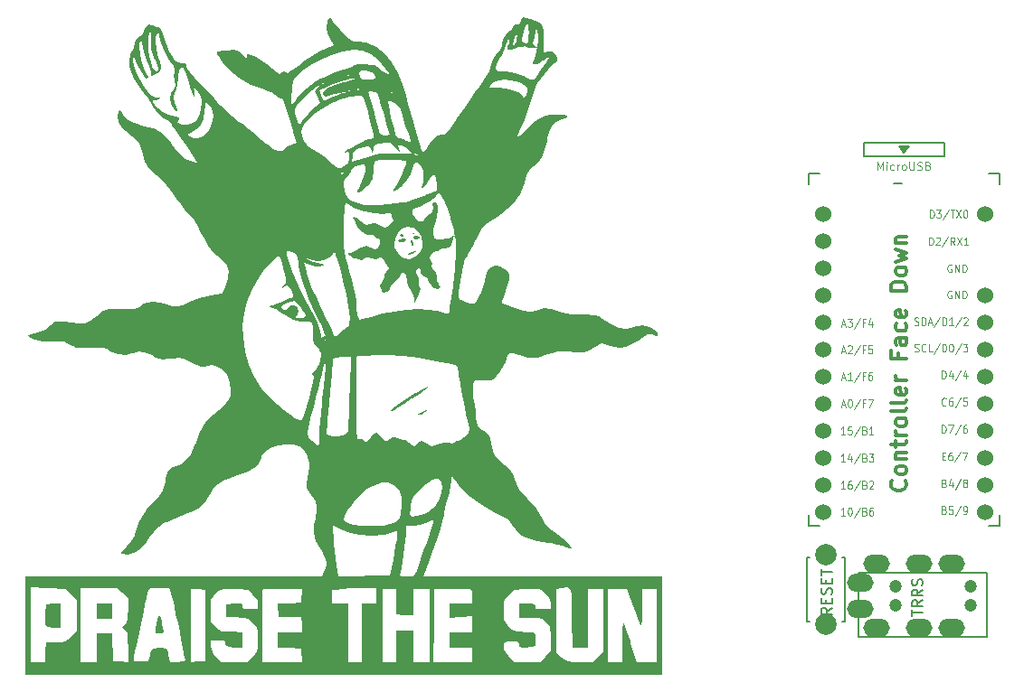
<source format=gto>
G04 #@! TF.GenerationSoftware,KiCad,Pcbnew,(6.0.4)*
G04 #@! TF.CreationDate,2022-04-21T21:54:51+02:00*
G04 #@! TF.ProjectId,ferris-sweep-compact,66657272-6973-42d7-9377-6565702d636f,0.1*
G04 #@! TF.SameCoordinates,Original*
G04 #@! TF.FileFunction,Legend,Top*
G04 #@! TF.FilePolarity,Positive*
%FSLAX46Y46*%
G04 Gerber Fmt 4.6, Leading zero omitted, Abs format (unit mm)*
G04 Created by KiCad (PCBNEW (6.0.4)) date 2022-04-21 21:54:51*
%MOMM*%
%LPD*%
G01*
G04 APERTURE LIST*
%ADD10C,0.300000*%
%ADD11C,0.120000*%
%ADD12C,0.125000*%
%ADD13C,0.150000*%
%ADD14C,1.524000*%
%ADD15C,2.000000*%
%ADD16C,1.200000*%
%ADD17O,2.500000X1.700000*%
G04 APERTURE END LIST*
D10*
X134393714Y-67388000D02*
X134465142Y-67459428D01*
X134536571Y-67673714D01*
X134536571Y-67816571D01*
X134465142Y-68030857D01*
X134322285Y-68173714D01*
X134179428Y-68245142D01*
X133893714Y-68316571D01*
X133679428Y-68316571D01*
X133393714Y-68245142D01*
X133250857Y-68173714D01*
X133108000Y-68030857D01*
X133036571Y-67816571D01*
X133036571Y-67673714D01*
X133108000Y-67459428D01*
X133179428Y-67388000D01*
X134536571Y-66530857D02*
X134465142Y-66673714D01*
X134393714Y-66745142D01*
X134250857Y-66816571D01*
X133822285Y-66816571D01*
X133679428Y-66745142D01*
X133608000Y-66673714D01*
X133536571Y-66530857D01*
X133536571Y-66316571D01*
X133608000Y-66173714D01*
X133679428Y-66102285D01*
X133822285Y-66030857D01*
X134250857Y-66030857D01*
X134393714Y-66102285D01*
X134465142Y-66173714D01*
X134536571Y-66316571D01*
X134536571Y-66530857D01*
X133536571Y-65388000D02*
X134536571Y-65388000D01*
X133679428Y-65388000D02*
X133608000Y-65316571D01*
X133536571Y-65173714D01*
X133536571Y-64959428D01*
X133608000Y-64816571D01*
X133750857Y-64745142D01*
X134536571Y-64745142D01*
X133536571Y-64245142D02*
X133536571Y-63673714D01*
X133036571Y-64030857D02*
X134322285Y-64030857D01*
X134465142Y-63959428D01*
X134536571Y-63816571D01*
X134536571Y-63673714D01*
X134536571Y-63173714D02*
X133536571Y-63173714D01*
X133822285Y-63173714D02*
X133679428Y-63102285D01*
X133608000Y-63030857D01*
X133536571Y-62888000D01*
X133536571Y-62745142D01*
X134536571Y-62030857D02*
X134465142Y-62173714D01*
X134393714Y-62245142D01*
X134250857Y-62316571D01*
X133822285Y-62316571D01*
X133679428Y-62245142D01*
X133608000Y-62173714D01*
X133536571Y-62030857D01*
X133536571Y-61816571D01*
X133608000Y-61673714D01*
X133679428Y-61602285D01*
X133822285Y-61530857D01*
X134250857Y-61530857D01*
X134393714Y-61602285D01*
X134465142Y-61673714D01*
X134536571Y-61816571D01*
X134536571Y-62030857D01*
X134536571Y-60673714D02*
X134465142Y-60816571D01*
X134322285Y-60888000D01*
X133036571Y-60888000D01*
X134536571Y-59888000D02*
X134465142Y-60030857D01*
X134322285Y-60102285D01*
X133036571Y-60102285D01*
X134465142Y-58745142D02*
X134536571Y-58888000D01*
X134536571Y-59173714D01*
X134465142Y-59316571D01*
X134322285Y-59388000D01*
X133750857Y-59388000D01*
X133608000Y-59316571D01*
X133536571Y-59173714D01*
X133536571Y-58888000D01*
X133608000Y-58745142D01*
X133750857Y-58673714D01*
X133893714Y-58673714D01*
X134036571Y-59388000D01*
X134536571Y-58030857D02*
X133536571Y-58030857D01*
X133822285Y-58030857D02*
X133679428Y-57959428D01*
X133608000Y-57888000D01*
X133536571Y-57745142D01*
X133536571Y-57602285D01*
X133750857Y-55459428D02*
X133750857Y-55959428D01*
X134536571Y-55959428D02*
X133036571Y-55959428D01*
X133036571Y-55245142D01*
X134536571Y-54030857D02*
X133750857Y-54030857D01*
X133608000Y-54102285D01*
X133536571Y-54245142D01*
X133536571Y-54530857D01*
X133608000Y-54673714D01*
X134465142Y-54030857D02*
X134536571Y-54173714D01*
X134536571Y-54530857D01*
X134465142Y-54673714D01*
X134322285Y-54745142D01*
X134179428Y-54745142D01*
X134036571Y-54673714D01*
X133965142Y-54530857D01*
X133965142Y-54173714D01*
X133893714Y-54030857D01*
X134465142Y-52673714D02*
X134536571Y-52816571D01*
X134536571Y-53102285D01*
X134465142Y-53245142D01*
X134393714Y-53316571D01*
X134250857Y-53388000D01*
X133822285Y-53388000D01*
X133679428Y-53316571D01*
X133608000Y-53245142D01*
X133536571Y-53102285D01*
X133536571Y-52816571D01*
X133608000Y-52673714D01*
X134465142Y-51459428D02*
X134536571Y-51602285D01*
X134536571Y-51888000D01*
X134465142Y-52030857D01*
X134322285Y-52102285D01*
X133750857Y-52102285D01*
X133608000Y-52030857D01*
X133536571Y-51888000D01*
X133536571Y-51602285D01*
X133608000Y-51459428D01*
X133750857Y-51388000D01*
X133893714Y-51388000D01*
X134036571Y-52102285D01*
X134536571Y-49602285D02*
X133036571Y-49602285D01*
X133036571Y-49245142D01*
X133108000Y-49030857D01*
X133250857Y-48888000D01*
X133393714Y-48816571D01*
X133679428Y-48745142D01*
X133893714Y-48745142D01*
X134179428Y-48816571D01*
X134322285Y-48888000D01*
X134465142Y-49030857D01*
X134536571Y-49245142D01*
X134536571Y-49602285D01*
X134536571Y-47888000D02*
X134465142Y-48030857D01*
X134393714Y-48102285D01*
X134250857Y-48173714D01*
X133822285Y-48173714D01*
X133679428Y-48102285D01*
X133608000Y-48030857D01*
X133536571Y-47888000D01*
X133536571Y-47673714D01*
X133608000Y-47530857D01*
X133679428Y-47459428D01*
X133822285Y-47388000D01*
X134250857Y-47388000D01*
X134393714Y-47459428D01*
X134465142Y-47530857D01*
X134536571Y-47673714D01*
X134536571Y-47888000D01*
X133536571Y-46888000D02*
X134536571Y-46602285D01*
X133822285Y-46316571D01*
X134536571Y-46030857D01*
X133536571Y-45745142D01*
X133536571Y-45173714D02*
X134536571Y-45173714D01*
X133679428Y-45173714D02*
X133608000Y-45102285D01*
X133536571Y-44959428D01*
X133536571Y-44745142D01*
X133608000Y-44602285D01*
X133750857Y-44530857D01*
X134536571Y-44530857D01*
X80507428Y-54088000D02*
X80362285Y-54015428D01*
X80144571Y-54015428D01*
X79926857Y-54088000D01*
X79781714Y-54233142D01*
X79709142Y-54378285D01*
X79636571Y-54668571D01*
X79636571Y-54886285D01*
X79709142Y-55176571D01*
X79781714Y-55321714D01*
X79926857Y-55466857D01*
X80144571Y-55539428D01*
X80289714Y-55539428D01*
X80507428Y-55466857D01*
X80580000Y-55394285D01*
X80580000Y-54886285D01*
X80289714Y-54886285D01*
X81450857Y-54015428D02*
X81450857Y-54378285D01*
X81088000Y-54233142D02*
X81450857Y-54378285D01*
X81813714Y-54233142D01*
X81233142Y-54668571D02*
X81450857Y-54378285D01*
X81668571Y-54668571D01*
X82612000Y-54015428D02*
X82612000Y-54378285D01*
X82249142Y-54233142D02*
X82612000Y-54378285D01*
X82974857Y-54233142D01*
X82394285Y-54668571D02*
X82612000Y-54378285D01*
X82829714Y-54668571D01*
X83773142Y-54015428D02*
X83773142Y-54378285D01*
X83410285Y-54233142D02*
X83773142Y-54378285D01*
X84136000Y-54233142D01*
X83555428Y-54668571D02*
X83773142Y-54378285D01*
X83990857Y-54668571D01*
D11*
X131803571Y-38289285D02*
X131803571Y-37539285D01*
X132053571Y-38075000D01*
X132303571Y-37539285D01*
X132303571Y-38289285D01*
X132660714Y-38289285D02*
X132660714Y-37789285D01*
X132660714Y-37539285D02*
X132625000Y-37575000D01*
X132660714Y-37610714D01*
X132696428Y-37575000D01*
X132660714Y-37539285D01*
X132660714Y-37610714D01*
X133339285Y-38253571D02*
X133267857Y-38289285D01*
X133125000Y-38289285D01*
X133053571Y-38253571D01*
X133017857Y-38217857D01*
X132982142Y-38146428D01*
X132982142Y-37932142D01*
X133017857Y-37860714D01*
X133053571Y-37825000D01*
X133125000Y-37789285D01*
X133267857Y-37789285D01*
X133339285Y-37825000D01*
X133660714Y-38289285D02*
X133660714Y-37789285D01*
X133660714Y-37932142D02*
X133696428Y-37860714D01*
X133732142Y-37825000D01*
X133803571Y-37789285D01*
X133875000Y-37789285D01*
X134232142Y-38289285D02*
X134160714Y-38253571D01*
X134125000Y-38217857D01*
X134089285Y-38146428D01*
X134089285Y-37932142D01*
X134125000Y-37860714D01*
X134160714Y-37825000D01*
X134232142Y-37789285D01*
X134339285Y-37789285D01*
X134410714Y-37825000D01*
X134446428Y-37860714D01*
X134482142Y-37932142D01*
X134482142Y-38146428D01*
X134446428Y-38217857D01*
X134410714Y-38253571D01*
X134339285Y-38289285D01*
X134232142Y-38289285D01*
X134803571Y-37539285D02*
X134803571Y-38146428D01*
X134839285Y-38217857D01*
X134875000Y-38253571D01*
X134946428Y-38289285D01*
X135089285Y-38289285D01*
X135160714Y-38253571D01*
X135196428Y-38217857D01*
X135232142Y-38146428D01*
X135232142Y-37539285D01*
X135553571Y-38253571D02*
X135660714Y-38289285D01*
X135839285Y-38289285D01*
X135910714Y-38253571D01*
X135946428Y-38217857D01*
X135982142Y-38146428D01*
X135982142Y-38075000D01*
X135946428Y-38003571D01*
X135910714Y-37967857D01*
X135839285Y-37932142D01*
X135696428Y-37896428D01*
X135625000Y-37860714D01*
X135589285Y-37825000D01*
X135553571Y-37753571D01*
X135553571Y-37682142D01*
X135589285Y-37610714D01*
X135625000Y-37575000D01*
X135696428Y-37539285D01*
X135875000Y-37539285D01*
X135982142Y-37575000D01*
X136553571Y-37896428D02*
X136660714Y-37932142D01*
X136696428Y-37967857D01*
X136732142Y-38039285D01*
X136732142Y-38146428D01*
X136696428Y-38217857D01*
X136660714Y-38253571D01*
X136589285Y-38289285D01*
X136303571Y-38289285D01*
X136303571Y-37539285D01*
X136553571Y-37539285D01*
X136625000Y-37575000D01*
X136660714Y-37610714D01*
X136696428Y-37682142D01*
X136696428Y-37753571D01*
X136660714Y-37825000D01*
X136625000Y-37860714D01*
X136553571Y-37896428D01*
X136303571Y-37896428D01*
D12*
X138063809Y-67646428D02*
X138159523Y-67682142D01*
X138191428Y-67717857D01*
X138223333Y-67789285D01*
X138223333Y-67896428D01*
X138191428Y-67967857D01*
X138159523Y-68003571D01*
X138095714Y-68039285D01*
X137840476Y-68039285D01*
X137840476Y-67289285D01*
X138063809Y-67289285D01*
X138127619Y-67325000D01*
X138159523Y-67360714D01*
X138191428Y-67432142D01*
X138191428Y-67503571D01*
X138159523Y-67575000D01*
X138127619Y-67610714D01*
X138063809Y-67646428D01*
X137840476Y-67646428D01*
X138797619Y-67539285D02*
X138797619Y-68039285D01*
X138638095Y-67253571D02*
X138478571Y-67789285D01*
X138893333Y-67789285D01*
X139627142Y-67253571D02*
X139052857Y-68217857D01*
X139946190Y-67610714D02*
X139882380Y-67575000D01*
X139850476Y-67539285D01*
X139818571Y-67467857D01*
X139818571Y-67432142D01*
X139850476Y-67360714D01*
X139882380Y-67325000D01*
X139946190Y-67289285D01*
X140073809Y-67289285D01*
X140137619Y-67325000D01*
X140169523Y-67360714D01*
X140201428Y-67432142D01*
X140201428Y-67467857D01*
X140169523Y-67539285D01*
X140137619Y-67575000D01*
X140073809Y-67610714D01*
X139946190Y-67610714D01*
X139882380Y-67646428D01*
X139850476Y-67682142D01*
X139818571Y-67753571D01*
X139818571Y-67896428D01*
X139850476Y-67967857D01*
X139882380Y-68003571D01*
X139946190Y-68039285D01*
X140073809Y-68039285D01*
X140137619Y-68003571D01*
X140169523Y-67967857D01*
X140201428Y-67896428D01*
X140201428Y-67753571D01*
X140169523Y-67682142D01*
X140137619Y-67646428D01*
X140073809Y-67610714D01*
X136636428Y-45339285D02*
X136636428Y-44589285D01*
X136795952Y-44589285D01*
X136891666Y-44625000D01*
X136955476Y-44696428D01*
X136987380Y-44767857D01*
X137019285Y-44910714D01*
X137019285Y-45017857D01*
X136987380Y-45160714D01*
X136955476Y-45232142D01*
X136891666Y-45303571D01*
X136795952Y-45339285D01*
X136636428Y-45339285D01*
X137274523Y-44660714D02*
X137306428Y-44625000D01*
X137370238Y-44589285D01*
X137529761Y-44589285D01*
X137593571Y-44625000D01*
X137625476Y-44660714D01*
X137657380Y-44732142D01*
X137657380Y-44803571D01*
X137625476Y-44910714D01*
X137242619Y-45339285D01*
X137657380Y-45339285D01*
X138423095Y-44553571D02*
X137848809Y-45517857D01*
X139029285Y-45339285D02*
X138805952Y-44982142D01*
X138646428Y-45339285D02*
X138646428Y-44589285D01*
X138901666Y-44589285D01*
X138965476Y-44625000D01*
X138997380Y-44660714D01*
X139029285Y-44732142D01*
X139029285Y-44839285D01*
X138997380Y-44910714D01*
X138965476Y-44946428D01*
X138901666Y-44982142D01*
X138646428Y-44982142D01*
X139252619Y-44589285D02*
X139699285Y-45339285D01*
X139699285Y-44589285D02*
X139252619Y-45339285D01*
X140305476Y-45339285D02*
X139922619Y-45339285D01*
X140114047Y-45339285D02*
X140114047Y-44589285D01*
X140050238Y-44696428D01*
X139986428Y-44767857D01*
X139922619Y-44803571D01*
X138063809Y-70146428D02*
X138159523Y-70182142D01*
X138191428Y-70217857D01*
X138223333Y-70289285D01*
X138223333Y-70396428D01*
X138191428Y-70467857D01*
X138159523Y-70503571D01*
X138095714Y-70539285D01*
X137840476Y-70539285D01*
X137840476Y-69789285D01*
X138063809Y-69789285D01*
X138127619Y-69825000D01*
X138159523Y-69860714D01*
X138191428Y-69932142D01*
X138191428Y-70003571D01*
X138159523Y-70075000D01*
X138127619Y-70110714D01*
X138063809Y-70146428D01*
X137840476Y-70146428D01*
X138829523Y-69789285D02*
X138510476Y-69789285D01*
X138478571Y-70146428D01*
X138510476Y-70110714D01*
X138574285Y-70075000D01*
X138733809Y-70075000D01*
X138797619Y-70110714D01*
X138829523Y-70146428D01*
X138861428Y-70217857D01*
X138861428Y-70396428D01*
X138829523Y-70467857D01*
X138797619Y-70503571D01*
X138733809Y-70539285D01*
X138574285Y-70539285D01*
X138510476Y-70503571D01*
X138478571Y-70467857D01*
X139627142Y-69753571D02*
X139052857Y-70717857D01*
X139882380Y-70539285D02*
X140010000Y-70539285D01*
X140073809Y-70503571D01*
X140105714Y-70467857D01*
X140169523Y-70360714D01*
X140201428Y-70217857D01*
X140201428Y-69932142D01*
X140169523Y-69860714D01*
X140137619Y-69825000D01*
X140073809Y-69789285D01*
X139946190Y-69789285D01*
X139882380Y-69825000D01*
X139850476Y-69860714D01*
X139818571Y-69932142D01*
X139818571Y-70110714D01*
X139850476Y-70182142D01*
X139882380Y-70217857D01*
X139946190Y-70253571D01*
X140073809Y-70253571D01*
X140137619Y-70217857D01*
X140169523Y-70182142D01*
X140201428Y-70110714D01*
X138223333Y-60317857D02*
X138191428Y-60353571D01*
X138095714Y-60389285D01*
X138031904Y-60389285D01*
X137936190Y-60353571D01*
X137872380Y-60282142D01*
X137840476Y-60210714D01*
X137808571Y-60067857D01*
X137808571Y-59960714D01*
X137840476Y-59817857D01*
X137872380Y-59746428D01*
X137936190Y-59675000D01*
X138031904Y-59639285D01*
X138095714Y-59639285D01*
X138191428Y-59675000D01*
X138223333Y-59710714D01*
X138797619Y-59639285D02*
X138670000Y-59639285D01*
X138606190Y-59675000D01*
X138574285Y-59710714D01*
X138510476Y-59817857D01*
X138478571Y-59960714D01*
X138478571Y-60246428D01*
X138510476Y-60317857D01*
X138542380Y-60353571D01*
X138606190Y-60389285D01*
X138733809Y-60389285D01*
X138797619Y-60353571D01*
X138829523Y-60317857D01*
X138861428Y-60246428D01*
X138861428Y-60067857D01*
X138829523Y-59996428D01*
X138797619Y-59960714D01*
X138733809Y-59925000D01*
X138606190Y-59925000D01*
X138542380Y-59960714D01*
X138510476Y-59996428D01*
X138478571Y-60067857D01*
X139627142Y-59603571D02*
X139052857Y-60567857D01*
X140169523Y-59639285D02*
X139850476Y-59639285D01*
X139818571Y-59996428D01*
X139850476Y-59960714D01*
X139914285Y-59925000D01*
X140073809Y-59925000D01*
X140137619Y-59960714D01*
X140169523Y-59996428D01*
X140201428Y-60067857D01*
X140201428Y-60246428D01*
X140169523Y-60317857D01*
X140137619Y-60353571D01*
X140073809Y-60389285D01*
X139914285Y-60389285D01*
X139850476Y-60353571D01*
X139818571Y-60317857D01*
X135282380Y-55303571D02*
X135378095Y-55339285D01*
X135537619Y-55339285D01*
X135601428Y-55303571D01*
X135633333Y-55267857D01*
X135665238Y-55196428D01*
X135665238Y-55125000D01*
X135633333Y-55053571D01*
X135601428Y-55017857D01*
X135537619Y-54982142D01*
X135410000Y-54946428D01*
X135346190Y-54910714D01*
X135314285Y-54875000D01*
X135282380Y-54803571D01*
X135282380Y-54732142D01*
X135314285Y-54660714D01*
X135346190Y-54625000D01*
X135410000Y-54589285D01*
X135569523Y-54589285D01*
X135665238Y-54625000D01*
X136335238Y-55267857D02*
X136303333Y-55303571D01*
X136207619Y-55339285D01*
X136143809Y-55339285D01*
X136048095Y-55303571D01*
X135984285Y-55232142D01*
X135952380Y-55160714D01*
X135920476Y-55017857D01*
X135920476Y-54910714D01*
X135952380Y-54767857D01*
X135984285Y-54696428D01*
X136048095Y-54625000D01*
X136143809Y-54589285D01*
X136207619Y-54589285D01*
X136303333Y-54625000D01*
X136335238Y-54660714D01*
X136941428Y-55339285D02*
X136622380Y-55339285D01*
X136622380Y-54589285D01*
X137643333Y-54553571D02*
X137069047Y-55517857D01*
X137866666Y-55339285D02*
X137866666Y-54589285D01*
X138026190Y-54589285D01*
X138121904Y-54625000D01*
X138185714Y-54696428D01*
X138217619Y-54767857D01*
X138249523Y-54910714D01*
X138249523Y-55017857D01*
X138217619Y-55160714D01*
X138185714Y-55232142D01*
X138121904Y-55303571D01*
X138026190Y-55339285D01*
X137866666Y-55339285D01*
X138664285Y-54589285D02*
X138728095Y-54589285D01*
X138791904Y-54625000D01*
X138823809Y-54660714D01*
X138855714Y-54732142D01*
X138887619Y-54875000D01*
X138887619Y-55053571D01*
X138855714Y-55196428D01*
X138823809Y-55267857D01*
X138791904Y-55303571D01*
X138728095Y-55339285D01*
X138664285Y-55339285D01*
X138600476Y-55303571D01*
X138568571Y-55267857D01*
X138536666Y-55196428D01*
X138504761Y-55053571D01*
X138504761Y-54875000D01*
X138536666Y-54732142D01*
X138568571Y-54660714D01*
X138600476Y-54625000D01*
X138664285Y-54589285D01*
X139653333Y-54553571D02*
X139079047Y-55517857D01*
X139812857Y-54589285D02*
X140227619Y-54589285D01*
X140004285Y-54875000D01*
X140100000Y-54875000D01*
X140163809Y-54910714D01*
X140195714Y-54946428D01*
X140227619Y-55017857D01*
X140227619Y-55196428D01*
X140195714Y-55267857D01*
X140163809Y-55303571D01*
X140100000Y-55339285D01*
X139908571Y-55339285D01*
X139844761Y-55303571D01*
X139812857Y-55267857D01*
X135266428Y-52803571D02*
X135362142Y-52839285D01*
X135521666Y-52839285D01*
X135585476Y-52803571D01*
X135617380Y-52767857D01*
X135649285Y-52696428D01*
X135649285Y-52625000D01*
X135617380Y-52553571D01*
X135585476Y-52517857D01*
X135521666Y-52482142D01*
X135394047Y-52446428D01*
X135330238Y-52410714D01*
X135298333Y-52375000D01*
X135266428Y-52303571D01*
X135266428Y-52232142D01*
X135298333Y-52160714D01*
X135330238Y-52125000D01*
X135394047Y-52089285D01*
X135553571Y-52089285D01*
X135649285Y-52125000D01*
X135936428Y-52839285D02*
X135936428Y-52089285D01*
X136095952Y-52089285D01*
X136191666Y-52125000D01*
X136255476Y-52196428D01*
X136287380Y-52267857D01*
X136319285Y-52410714D01*
X136319285Y-52517857D01*
X136287380Y-52660714D01*
X136255476Y-52732142D01*
X136191666Y-52803571D01*
X136095952Y-52839285D01*
X135936428Y-52839285D01*
X136574523Y-52625000D02*
X136893571Y-52625000D01*
X136510714Y-52839285D02*
X136734047Y-52089285D01*
X136957380Y-52839285D01*
X137659285Y-52053571D02*
X137085000Y-53017857D01*
X137882619Y-52839285D02*
X137882619Y-52089285D01*
X138042142Y-52089285D01*
X138137857Y-52125000D01*
X138201666Y-52196428D01*
X138233571Y-52267857D01*
X138265476Y-52410714D01*
X138265476Y-52517857D01*
X138233571Y-52660714D01*
X138201666Y-52732142D01*
X138137857Y-52803571D01*
X138042142Y-52839285D01*
X137882619Y-52839285D01*
X138903571Y-52839285D02*
X138520714Y-52839285D01*
X138712142Y-52839285D02*
X138712142Y-52089285D01*
X138648333Y-52196428D01*
X138584523Y-52267857D01*
X138520714Y-52303571D01*
X139669285Y-52053571D02*
X139095000Y-53017857D01*
X139860714Y-52160714D02*
X139892619Y-52125000D01*
X139956428Y-52089285D01*
X140115952Y-52089285D01*
X140179761Y-52125000D01*
X140211666Y-52160714D01*
X140243571Y-52232142D01*
X140243571Y-52303571D01*
X140211666Y-52410714D01*
X139828809Y-52839285D01*
X140243571Y-52839285D01*
X137840476Y-57839285D02*
X137840476Y-57089285D01*
X138000000Y-57089285D01*
X138095714Y-57125000D01*
X138159523Y-57196428D01*
X138191428Y-57267857D01*
X138223333Y-57410714D01*
X138223333Y-57517857D01*
X138191428Y-57660714D01*
X138159523Y-57732142D01*
X138095714Y-57803571D01*
X138000000Y-57839285D01*
X137840476Y-57839285D01*
X138797619Y-57339285D02*
X138797619Y-57839285D01*
X138638095Y-57053571D02*
X138478571Y-57589285D01*
X138893333Y-57589285D01*
X139627142Y-57053571D02*
X139052857Y-58017857D01*
X140137619Y-57339285D02*
X140137619Y-57839285D01*
X139978095Y-57053571D02*
X139818571Y-57589285D01*
X140233333Y-57589285D01*
X136716190Y-42789285D02*
X136716190Y-42039285D01*
X136875714Y-42039285D01*
X136971428Y-42075000D01*
X137035238Y-42146428D01*
X137067142Y-42217857D01*
X137099047Y-42360714D01*
X137099047Y-42467857D01*
X137067142Y-42610714D01*
X137035238Y-42682142D01*
X136971428Y-42753571D01*
X136875714Y-42789285D01*
X136716190Y-42789285D01*
X137322380Y-42039285D02*
X137737142Y-42039285D01*
X137513809Y-42325000D01*
X137609523Y-42325000D01*
X137673333Y-42360714D01*
X137705238Y-42396428D01*
X137737142Y-42467857D01*
X137737142Y-42646428D01*
X137705238Y-42717857D01*
X137673333Y-42753571D01*
X137609523Y-42789285D01*
X137418095Y-42789285D01*
X137354285Y-42753571D01*
X137322380Y-42717857D01*
X138502857Y-42003571D02*
X137928571Y-42967857D01*
X138630476Y-42039285D02*
X139013333Y-42039285D01*
X138821904Y-42789285D02*
X138821904Y-42039285D01*
X139172857Y-42039285D02*
X139619523Y-42789285D01*
X139619523Y-42039285D02*
X139172857Y-42789285D01*
X140002380Y-42039285D02*
X140066190Y-42039285D01*
X140130000Y-42075000D01*
X140161904Y-42110714D01*
X140193809Y-42182142D01*
X140225714Y-42325000D01*
X140225714Y-42503571D01*
X140193809Y-42646428D01*
X140161904Y-42717857D01*
X140130000Y-42753571D01*
X140066190Y-42789285D01*
X140002380Y-42789285D01*
X139938571Y-42753571D01*
X139906666Y-42717857D01*
X139874761Y-42646428D01*
X139842857Y-42503571D01*
X139842857Y-42325000D01*
X139874761Y-42182142D01*
X139906666Y-42110714D01*
X139938571Y-42075000D01*
X140002380Y-42039285D01*
X138744523Y-49625000D02*
X138680714Y-49589285D01*
X138585000Y-49589285D01*
X138489285Y-49625000D01*
X138425476Y-49696428D01*
X138393571Y-49767857D01*
X138361666Y-49910714D01*
X138361666Y-50017857D01*
X138393571Y-50160714D01*
X138425476Y-50232142D01*
X138489285Y-50303571D01*
X138585000Y-50339285D01*
X138648809Y-50339285D01*
X138744523Y-50303571D01*
X138776428Y-50267857D01*
X138776428Y-50017857D01*
X138648809Y-50017857D01*
X139063571Y-50339285D02*
X139063571Y-49589285D01*
X139446428Y-50339285D01*
X139446428Y-49589285D01*
X139765476Y-50339285D02*
X139765476Y-49589285D01*
X139925000Y-49589285D01*
X140020714Y-49625000D01*
X140084523Y-49696428D01*
X140116428Y-49767857D01*
X140148333Y-49910714D01*
X140148333Y-50017857D01*
X140116428Y-50160714D01*
X140084523Y-50232142D01*
X140020714Y-50303571D01*
X139925000Y-50339285D01*
X139765476Y-50339285D01*
X138744523Y-47175000D02*
X138680714Y-47139285D01*
X138585000Y-47139285D01*
X138489285Y-47175000D01*
X138425476Y-47246428D01*
X138393571Y-47317857D01*
X138361666Y-47460714D01*
X138361666Y-47567857D01*
X138393571Y-47710714D01*
X138425476Y-47782142D01*
X138489285Y-47853571D01*
X138585000Y-47889285D01*
X138648809Y-47889285D01*
X138744523Y-47853571D01*
X138776428Y-47817857D01*
X138776428Y-47567857D01*
X138648809Y-47567857D01*
X139063571Y-47889285D02*
X139063571Y-47139285D01*
X139446428Y-47889285D01*
X139446428Y-47139285D01*
X139765476Y-47889285D02*
X139765476Y-47139285D01*
X139925000Y-47139285D01*
X140020714Y-47175000D01*
X140084523Y-47246428D01*
X140116428Y-47317857D01*
X140148333Y-47460714D01*
X140148333Y-47567857D01*
X140116428Y-47710714D01*
X140084523Y-47782142D01*
X140020714Y-47853571D01*
X139925000Y-47889285D01*
X139765476Y-47889285D01*
X137840476Y-62939285D02*
X137840476Y-62189285D01*
X138000000Y-62189285D01*
X138095714Y-62225000D01*
X138159523Y-62296428D01*
X138191428Y-62367857D01*
X138223333Y-62510714D01*
X138223333Y-62617857D01*
X138191428Y-62760714D01*
X138159523Y-62832142D01*
X138095714Y-62903571D01*
X138000000Y-62939285D01*
X137840476Y-62939285D01*
X138446666Y-62189285D02*
X138893333Y-62189285D01*
X138606190Y-62939285D01*
X139627142Y-62153571D02*
X139052857Y-63117857D01*
X140137619Y-62189285D02*
X140010000Y-62189285D01*
X139946190Y-62225000D01*
X139914285Y-62260714D01*
X139850476Y-62367857D01*
X139818571Y-62510714D01*
X139818571Y-62796428D01*
X139850476Y-62867857D01*
X139882380Y-62903571D01*
X139946190Y-62939285D01*
X140073809Y-62939285D01*
X140137619Y-62903571D01*
X140169523Y-62867857D01*
X140201428Y-62796428D01*
X140201428Y-62617857D01*
X140169523Y-62546428D01*
X140137619Y-62510714D01*
X140073809Y-62475000D01*
X139946190Y-62475000D01*
X139882380Y-62510714D01*
X139850476Y-62546428D01*
X139818571Y-62617857D01*
X137872380Y-65096428D02*
X138095714Y-65096428D01*
X138191428Y-65489285D02*
X137872380Y-65489285D01*
X137872380Y-64739285D01*
X138191428Y-64739285D01*
X138765714Y-64739285D02*
X138638095Y-64739285D01*
X138574285Y-64775000D01*
X138542380Y-64810714D01*
X138478571Y-64917857D01*
X138446666Y-65060714D01*
X138446666Y-65346428D01*
X138478571Y-65417857D01*
X138510476Y-65453571D01*
X138574285Y-65489285D01*
X138701904Y-65489285D01*
X138765714Y-65453571D01*
X138797619Y-65417857D01*
X138829523Y-65346428D01*
X138829523Y-65167857D01*
X138797619Y-65096428D01*
X138765714Y-65060714D01*
X138701904Y-65025000D01*
X138574285Y-65025000D01*
X138510476Y-65060714D01*
X138478571Y-65096428D01*
X138446666Y-65167857D01*
X139595238Y-64703571D02*
X139020952Y-65667857D01*
X139754761Y-64739285D02*
X140201428Y-64739285D01*
X139914285Y-65489285D01*
X128772380Y-68189285D02*
X128389523Y-68189285D01*
X128580952Y-68189285D02*
X128580952Y-67439285D01*
X128517142Y-67546428D01*
X128453333Y-67617857D01*
X128389523Y-67653571D01*
X129346666Y-67439285D02*
X129219047Y-67439285D01*
X129155238Y-67475000D01*
X129123333Y-67510714D01*
X129059523Y-67617857D01*
X129027619Y-67760714D01*
X129027619Y-68046428D01*
X129059523Y-68117857D01*
X129091428Y-68153571D01*
X129155238Y-68189285D01*
X129282857Y-68189285D01*
X129346666Y-68153571D01*
X129378571Y-68117857D01*
X129410476Y-68046428D01*
X129410476Y-67867857D01*
X129378571Y-67796428D01*
X129346666Y-67760714D01*
X129282857Y-67725000D01*
X129155238Y-67725000D01*
X129091428Y-67760714D01*
X129059523Y-67796428D01*
X129027619Y-67867857D01*
X130176190Y-67403571D02*
X129601904Y-68367857D01*
X130622857Y-67796428D02*
X130718571Y-67832142D01*
X130750476Y-67867857D01*
X130782380Y-67939285D01*
X130782380Y-68046428D01*
X130750476Y-68117857D01*
X130718571Y-68153571D01*
X130654761Y-68189285D01*
X130399523Y-68189285D01*
X130399523Y-67439285D01*
X130622857Y-67439285D01*
X130686666Y-67475000D01*
X130718571Y-67510714D01*
X130750476Y-67582142D01*
X130750476Y-67653571D01*
X130718571Y-67725000D01*
X130686666Y-67760714D01*
X130622857Y-67796428D01*
X130399523Y-67796428D01*
X131037619Y-67510714D02*
X131069523Y-67475000D01*
X131133333Y-67439285D01*
X131292857Y-67439285D01*
X131356666Y-67475000D01*
X131388571Y-67510714D01*
X131420476Y-67582142D01*
X131420476Y-67653571D01*
X131388571Y-67760714D01*
X131005714Y-68189285D01*
X131420476Y-68189285D01*
X128772380Y-70689285D02*
X128389523Y-70689285D01*
X128580952Y-70689285D02*
X128580952Y-69939285D01*
X128517142Y-70046428D01*
X128453333Y-70117857D01*
X128389523Y-70153571D01*
X129187142Y-69939285D02*
X129250952Y-69939285D01*
X129314761Y-69975000D01*
X129346666Y-70010714D01*
X129378571Y-70082142D01*
X129410476Y-70225000D01*
X129410476Y-70403571D01*
X129378571Y-70546428D01*
X129346666Y-70617857D01*
X129314761Y-70653571D01*
X129250952Y-70689285D01*
X129187142Y-70689285D01*
X129123333Y-70653571D01*
X129091428Y-70617857D01*
X129059523Y-70546428D01*
X129027619Y-70403571D01*
X129027619Y-70225000D01*
X129059523Y-70082142D01*
X129091428Y-70010714D01*
X129123333Y-69975000D01*
X129187142Y-69939285D01*
X130176190Y-69903571D02*
X129601904Y-70867857D01*
X130622857Y-70296428D02*
X130718571Y-70332142D01*
X130750476Y-70367857D01*
X130782380Y-70439285D01*
X130782380Y-70546428D01*
X130750476Y-70617857D01*
X130718571Y-70653571D01*
X130654761Y-70689285D01*
X130399523Y-70689285D01*
X130399523Y-69939285D01*
X130622857Y-69939285D01*
X130686666Y-69975000D01*
X130718571Y-70010714D01*
X130750476Y-70082142D01*
X130750476Y-70153571D01*
X130718571Y-70225000D01*
X130686666Y-70260714D01*
X130622857Y-70296428D01*
X130399523Y-70296428D01*
X131356666Y-69939285D02*
X131229047Y-69939285D01*
X131165238Y-69975000D01*
X131133333Y-70010714D01*
X131069523Y-70117857D01*
X131037619Y-70260714D01*
X131037619Y-70546428D01*
X131069523Y-70617857D01*
X131101428Y-70653571D01*
X131165238Y-70689285D01*
X131292857Y-70689285D01*
X131356666Y-70653571D01*
X131388571Y-70617857D01*
X131420476Y-70546428D01*
X131420476Y-70367857D01*
X131388571Y-70296428D01*
X131356666Y-70260714D01*
X131292857Y-70225000D01*
X131165238Y-70225000D01*
X131101428Y-70260714D01*
X131069523Y-70296428D01*
X131037619Y-70367857D01*
X128772380Y-65639285D02*
X128389523Y-65639285D01*
X128580952Y-65639285D02*
X128580952Y-64889285D01*
X128517142Y-64996428D01*
X128453333Y-65067857D01*
X128389523Y-65103571D01*
X129346666Y-65139285D02*
X129346666Y-65639285D01*
X129187142Y-64853571D02*
X129027619Y-65389285D01*
X129442380Y-65389285D01*
X130176190Y-64853571D02*
X129601904Y-65817857D01*
X130622857Y-65246428D02*
X130718571Y-65282142D01*
X130750476Y-65317857D01*
X130782380Y-65389285D01*
X130782380Y-65496428D01*
X130750476Y-65567857D01*
X130718571Y-65603571D01*
X130654761Y-65639285D01*
X130399523Y-65639285D01*
X130399523Y-64889285D01*
X130622857Y-64889285D01*
X130686666Y-64925000D01*
X130718571Y-64960714D01*
X130750476Y-65032142D01*
X130750476Y-65103571D01*
X130718571Y-65175000D01*
X130686666Y-65210714D01*
X130622857Y-65246428D01*
X130399523Y-65246428D01*
X131005714Y-64889285D02*
X131420476Y-64889285D01*
X131197142Y-65175000D01*
X131292857Y-65175000D01*
X131356666Y-65210714D01*
X131388571Y-65246428D01*
X131420476Y-65317857D01*
X131420476Y-65496428D01*
X131388571Y-65567857D01*
X131356666Y-65603571D01*
X131292857Y-65639285D01*
X131101428Y-65639285D01*
X131037619Y-65603571D01*
X131005714Y-65567857D01*
X128772380Y-63089285D02*
X128389523Y-63089285D01*
X128580952Y-63089285D02*
X128580952Y-62339285D01*
X128517142Y-62446428D01*
X128453333Y-62517857D01*
X128389523Y-62553571D01*
X129378571Y-62339285D02*
X129059523Y-62339285D01*
X129027619Y-62696428D01*
X129059523Y-62660714D01*
X129123333Y-62625000D01*
X129282857Y-62625000D01*
X129346666Y-62660714D01*
X129378571Y-62696428D01*
X129410476Y-62767857D01*
X129410476Y-62946428D01*
X129378571Y-63017857D01*
X129346666Y-63053571D01*
X129282857Y-63089285D01*
X129123333Y-63089285D01*
X129059523Y-63053571D01*
X129027619Y-63017857D01*
X130176190Y-62303571D02*
X129601904Y-63267857D01*
X130622857Y-62696428D02*
X130718571Y-62732142D01*
X130750476Y-62767857D01*
X130782380Y-62839285D01*
X130782380Y-62946428D01*
X130750476Y-63017857D01*
X130718571Y-63053571D01*
X130654761Y-63089285D01*
X130399523Y-63089285D01*
X130399523Y-62339285D01*
X130622857Y-62339285D01*
X130686666Y-62375000D01*
X130718571Y-62410714D01*
X130750476Y-62482142D01*
X130750476Y-62553571D01*
X130718571Y-62625000D01*
X130686666Y-62660714D01*
X130622857Y-62696428D01*
X130399523Y-62696428D01*
X131420476Y-63089285D02*
X131037619Y-63089285D01*
X131229047Y-63089285D02*
X131229047Y-62339285D01*
X131165238Y-62446428D01*
X131101428Y-62517857D01*
X131037619Y-62553571D01*
X128469285Y-60325000D02*
X128788333Y-60325000D01*
X128405476Y-60539285D02*
X128628809Y-59789285D01*
X128852142Y-60539285D01*
X129203095Y-59789285D02*
X129266904Y-59789285D01*
X129330714Y-59825000D01*
X129362619Y-59860714D01*
X129394523Y-59932142D01*
X129426428Y-60075000D01*
X129426428Y-60253571D01*
X129394523Y-60396428D01*
X129362619Y-60467857D01*
X129330714Y-60503571D01*
X129266904Y-60539285D01*
X129203095Y-60539285D01*
X129139285Y-60503571D01*
X129107380Y-60467857D01*
X129075476Y-60396428D01*
X129043571Y-60253571D01*
X129043571Y-60075000D01*
X129075476Y-59932142D01*
X129107380Y-59860714D01*
X129139285Y-59825000D01*
X129203095Y-59789285D01*
X130192142Y-59753571D02*
X129617857Y-60717857D01*
X130638809Y-60146428D02*
X130415476Y-60146428D01*
X130415476Y-60539285D02*
X130415476Y-59789285D01*
X130734523Y-59789285D01*
X130925952Y-59789285D02*
X131372619Y-59789285D01*
X131085476Y-60539285D01*
X128469285Y-57775000D02*
X128788333Y-57775000D01*
X128405476Y-57989285D02*
X128628809Y-57239285D01*
X128852142Y-57989285D01*
X129426428Y-57989285D02*
X129043571Y-57989285D01*
X129235000Y-57989285D02*
X129235000Y-57239285D01*
X129171190Y-57346428D01*
X129107380Y-57417857D01*
X129043571Y-57453571D01*
X130192142Y-57203571D02*
X129617857Y-58167857D01*
X130638809Y-57596428D02*
X130415476Y-57596428D01*
X130415476Y-57989285D02*
X130415476Y-57239285D01*
X130734523Y-57239285D01*
X131276904Y-57239285D02*
X131149285Y-57239285D01*
X131085476Y-57275000D01*
X131053571Y-57310714D01*
X130989761Y-57417857D01*
X130957857Y-57560714D01*
X130957857Y-57846428D01*
X130989761Y-57917857D01*
X131021666Y-57953571D01*
X131085476Y-57989285D01*
X131213095Y-57989285D01*
X131276904Y-57953571D01*
X131308809Y-57917857D01*
X131340714Y-57846428D01*
X131340714Y-57667857D01*
X131308809Y-57596428D01*
X131276904Y-57560714D01*
X131213095Y-57525000D01*
X131085476Y-57525000D01*
X131021666Y-57560714D01*
X130989761Y-57596428D01*
X130957857Y-57667857D01*
X128469285Y-55275000D02*
X128788333Y-55275000D01*
X128405476Y-55489285D02*
X128628809Y-54739285D01*
X128852142Y-55489285D01*
X129043571Y-54810714D02*
X129075476Y-54775000D01*
X129139285Y-54739285D01*
X129298809Y-54739285D01*
X129362619Y-54775000D01*
X129394523Y-54810714D01*
X129426428Y-54882142D01*
X129426428Y-54953571D01*
X129394523Y-55060714D01*
X129011666Y-55489285D01*
X129426428Y-55489285D01*
X130192142Y-54703571D02*
X129617857Y-55667857D01*
X130638809Y-55096428D02*
X130415476Y-55096428D01*
X130415476Y-55489285D02*
X130415476Y-54739285D01*
X130734523Y-54739285D01*
X131308809Y-54739285D02*
X130989761Y-54739285D01*
X130957857Y-55096428D01*
X130989761Y-55060714D01*
X131053571Y-55025000D01*
X131213095Y-55025000D01*
X131276904Y-55060714D01*
X131308809Y-55096428D01*
X131340714Y-55167857D01*
X131340714Y-55346428D01*
X131308809Y-55417857D01*
X131276904Y-55453571D01*
X131213095Y-55489285D01*
X131053571Y-55489285D01*
X130989761Y-55453571D01*
X130957857Y-55417857D01*
X128469285Y-52775000D02*
X128788333Y-52775000D01*
X128405476Y-52989285D02*
X128628809Y-52239285D01*
X128852142Y-52989285D01*
X129011666Y-52239285D02*
X129426428Y-52239285D01*
X129203095Y-52525000D01*
X129298809Y-52525000D01*
X129362619Y-52560714D01*
X129394523Y-52596428D01*
X129426428Y-52667857D01*
X129426428Y-52846428D01*
X129394523Y-52917857D01*
X129362619Y-52953571D01*
X129298809Y-52989285D01*
X129107380Y-52989285D01*
X129043571Y-52953571D01*
X129011666Y-52917857D01*
X130192142Y-52203571D02*
X129617857Y-53167857D01*
X130638809Y-52596428D02*
X130415476Y-52596428D01*
X130415476Y-52989285D02*
X130415476Y-52239285D01*
X130734523Y-52239285D01*
X131276904Y-52489285D02*
X131276904Y-52989285D01*
X131117380Y-52203571D02*
X130957857Y-52739285D01*
X131372619Y-52739285D01*
D13*
X133326994Y-39571428D02*
X134088898Y-39571428D01*
X127542380Y-79322380D02*
X127066190Y-79655714D01*
X127542380Y-79893809D02*
X126542380Y-79893809D01*
X126542380Y-79512857D01*
X126590000Y-79417619D01*
X126637619Y-79370000D01*
X126732857Y-79322380D01*
X126875714Y-79322380D01*
X126970952Y-79370000D01*
X127018571Y-79417619D01*
X127066190Y-79512857D01*
X127066190Y-79893809D01*
X127018571Y-78893809D02*
X127018571Y-78560476D01*
X127542380Y-78417619D02*
X127542380Y-78893809D01*
X126542380Y-78893809D01*
X126542380Y-78417619D01*
X127494761Y-78036666D02*
X127542380Y-77893809D01*
X127542380Y-77655714D01*
X127494761Y-77560476D01*
X127447142Y-77512857D01*
X127351904Y-77465238D01*
X127256666Y-77465238D01*
X127161428Y-77512857D01*
X127113809Y-77560476D01*
X127066190Y-77655714D01*
X127018571Y-77846190D01*
X126970952Y-77941428D01*
X126923333Y-77989047D01*
X126828095Y-78036666D01*
X126732857Y-78036666D01*
X126637619Y-77989047D01*
X126590000Y-77941428D01*
X126542380Y-77846190D01*
X126542380Y-77608095D01*
X126590000Y-77465238D01*
X127018571Y-77036666D02*
X127018571Y-76703333D01*
X127542380Y-76560476D02*
X127542380Y-77036666D01*
X126542380Y-77036666D01*
X126542380Y-76560476D01*
X126542380Y-76274761D02*
X126542380Y-75703333D01*
X127542380Y-75989047D02*
X126542380Y-75989047D01*
X135022380Y-80091904D02*
X135022380Y-79520476D01*
X136022380Y-79806190D02*
X135022380Y-79806190D01*
X136022380Y-78615714D02*
X135546190Y-78949047D01*
X136022380Y-79187142D02*
X135022380Y-79187142D01*
X135022380Y-78806190D01*
X135070000Y-78710952D01*
X135117619Y-78663333D01*
X135212857Y-78615714D01*
X135355714Y-78615714D01*
X135450952Y-78663333D01*
X135498571Y-78710952D01*
X135546190Y-78806190D01*
X135546190Y-79187142D01*
X136022380Y-77615714D02*
X135546190Y-77949047D01*
X136022380Y-78187142D02*
X135022380Y-78187142D01*
X135022380Y-77806190D01*
X135070000Y-77710952D01*
X135117619Y-77663333D01*
X135212857Y-77615714D01*
X135355714Y-77615714D01*
X135450952Y-77663333D01*
X135498571Y-77710952D01*
X135546190Y-77806190D01*
X135546190Y-78187142D01*
X135974761Y-77234761D02*
X136022380Y-77091904D01*
X136022380Y-76853809D01*
X135974761Y-76758571D01*
X135927142Y-76710952D01*
X135831904Y-76663333D01*
X135736666Y-76663333D01*
X135641428Y-76710952D01*
X135593809Y-76758571D01*
X135546190Y-76853809D01*
X135498571Y-77044285D01*
X135450952Y-77139523D01*
X135403333Y-77187142D01*
X135308095Y-77234761D01*
X135212857Y-77234761D01*
X135117619Y-77187142D01*
X135070000Y-77139523D01*
X135022380Y-77044285D01*
X135022380Y-76806190D01*
X135070000Y-76663333D01*
G36*
X76941263Y-34064012D02*
G01*
X76910403Y-33967771D01*
X76702060Y-33312134D01*
X76517635Y-32718626D01*
X76497844Y-32652981D01*
X77270503Y-32652981D01*
X77274093Y-32914517D01*
X77384984Y-33293950D01*
X77412310Y-33370871D01*
X77574186Y-33751465D01*
X77717287Y-33970566D01*
X77813995Y-33996148D01*
X77839473Y-33866230D01*
X77932501Y-33668516D01*
X78174578Y-33358897D01*
X78510198Y-32997635D01*
X78883852Y-32644994D01*
X79198472Y-32390802D01*
X79688523Y-32035380D01*
X79429324Y-31456442D01*
X79170126Y-30877504D01*
X79195655Y-30849240D01*
X79609034Y-30849240D01*
X79632670Y-30978454D01*
X79734945Y-31262658D01*
X79774703Y-31360162D01*
X79975547Y-31840850D01*
X80842996Y-31447530D01*
X81309282Y-31249203D01*
X81704506Y-31104374D01*
X81944556Y-31043803D01*
X81947327Y-31043656D01*
X82075882Y-31009528D01*
X82071105Y-31005987D01*
X84148211Y-31005987D01*
X84182198Y-31144656D01*
X84252663Y-31361883D01*
X84376117Y-31779421D01*
X84535845Y-32339457D01*
X84715133Y-32984177D01*
X84735795Y-33059473D01*
X84912782Y-33701043D01*
X85068032Y-34255767D01*
X85186109Y-34669050D01*
X85251574Y-34886295D01*
X85255541Y-34897631D01*
X85400486Y-35000258D01*
X85668454Y-35057214D01*
X85945239Y-35059775D01*
X86116635Y-34999218D01*
X86130591Y-34964473D01*
X86095660Y-34801862D01*
X85999195Y-34441804D01*
X85857266Y-33942709D01*
X85735149Y-33527368D01*
X85546133Y-32890565D01*
X85365726Y-32279070D01*
X85260024Y-31918085D01*
X86039116Y-31918085D01*
X86087702Y-32273207D01*
X86178158Y-32763924D01*
X86296806Y-33328907D01*
X86429970Y-33906829D01*
X86563972Y-34436361D01*
X86685135Y-34856175D01*
X86779781Y-35104943D01*
X86798656Y-35134399D01*
X87044929Y-35306078D01*
X87180316Y-35336842D01*
X87454553Y-35404421D01*
X87732105Y-35532631D01*
X88004891Y-35674707D01*
X88138842Y-35684689D01*
X88143413Y-35530475D01*
X88028061Y-35179968D01*
X87919180Y-34897631D01*
X87722422Y-34366875D01*
X87548200Y-33847026D01*
X87454966Y-33527368D01*
X87273146Y-32902221D01*
X87083183Y-32475392D01*
X86846793Y-32179535D01*
X86573029Y-31975933D01*
X86270393Y-31813218D01*
X86072924Y-31751936D01*
X86046078Y-31759886D01*
X86039116Y-31918085D01*
X85260024Y-31918085D01*
X85220475Y-31783020D01*
X85164295Y-31588947D01*
X85037569Y-31216435D01*
X84890718Y-31030803D01*
X84749842Y-30987368D01*
X86261579Y-30987368D01*
X86328421Y-31054210D01*
X86395263Y-30987368D01*
X86328421Y-30920526D01*
X86261579Y-30987368D01*
X84749842Y-30987368D01*
X84650803Y-30956832D01*
X84539035Y-30944129D01*
X84241276Y-30934112D01*
X84148211Y-31005987D01*
X82071105Y-31005987D01*
X82016416Y-30965444D01*
X81812184Y-30970405D01*
X81436496Y-31048061D01*
X80969869Y-31181689D01*
X80959991Y-31184872D01*
X80470119Y-31331423D01*
X80172498Y-31384569D01*
X80011272Y-31350548D01*
X79960222Y-31296506D01*
X79899972Y-31051387D01*
X80038697Y-30831403D01*
X82295614Y-30831403D01*
X82313964Y-30910878D01*
X82384737Y-30920526D01*
X82494774Y-30871613D01*
X82473859Y-30831403D01*
X82315207Y-30815404D01*
X82295614Y-30831403D01*
X80038697Y-30831403D01*
X80048751Y-30815459D01*
X80234622Y-30697719D01*
X83097719Y-30697719D01*
X83116070Y-30777194D01*
X83186842Y-30786842D01*
X83296879Y-30737929D01*
X83275965Y-30697719D01*
X83117313Y-30681720D01*
X83097719Y-30697719D01*
X80234622Y-30697719D01*
X80420702Y-30579847D01*
X81029964Y-30335679D01*
X81890680Y-30074082D01*
X81922337Y-30065378D01*
X81969993Y-30051579D01*
X85726842Y-30051579D01*
X85793684Y-30118421D01*
X85860526Y-30051579D01*
X85793684Y-29984737D01*
X85726842Y-30051579D01*
X81969993Y-30051579D01*
X82408753Y-29924535D01*
X82746780Y-29811767D01*
X82894229Y-29742102D01*
X82871928Y-29727163D01*
X82492844Y-29769331D01*
X81951968Y-29899531D01*
X81326967Y-30091055D01*
X80695512Y-30317191D01*
X80135272Y-30551232D01*
X79723914Y-30766467D01*
X79609034Y-30849240D01*
X79195655Y-30849240D01*
X79777894Y-30204628D01*
X79310000Y-30516336D01*
X78864725Y-30850861D01*
X78380943Y-31273465D01*
X77924211Y-31720453D01*
X77560091Y-32128132D01*
X77369454Y-32401661D01*
X77270503Y-32652981D01*
X76497844Y-32652981D01*
X76376279Y-32249767D01*
X76297143Y-31968079D01*
X76294331Y-31956579D01*
X76184744Y-31735481D01*
X76950690Y-31735481D01*
X76966617Y-32026108D01*
X77007389Y-32118610D01*
X77133906Y-32014988D01*
X77345378Y-31757657D01*
X77465808Y-31590564D01*
X78029219Y-30945329D01*
X78790025Y-30316157D01*
X78994174Y-30185263D01*
X79844737Y-30185263D01*
X79911579Y-30252105D01*
X79978421Y-30185263D01*
X79911579Y-30118421D01*
X79844737Y-30185263D01*
X78994174Y-30185263D01*
X79679587Y-29745798D01*
X80143397Y-29516842D01*
X81315263Y-29516842D01*
X81382105Y-29583684D01*
X81448947Y-29516842D01*
X81382105Y-29450000D01*
X81315263Y-29516842D01*
X80143397Y-29516842D01*
X80459345Y-29360877D01*
X82161929Y-29360877D01*
X82180280Y-29440352D01*
X82251052Y-29450000D01*
X82361090Y-29401087D01*
X82340175Y-29360877D01*
X82181523Y-29344877D01*
X82161929Y-29360877D01*
X80459345Y-29360877D01*
X80629266Y-29276997D01*
X80770715Y-29228228D01*
X83331009Y-29228228D01*
X83404785Y-29550263D01*
X83490876Y-29733793D01*
X83671277Y-29823292D01*
X84022998Y-29850343D01*
X84138223Y-29851052D01*
X84538904Y-29833624D01*
X84735272Y-29766564D01*
X84788970Y-29627716D01*
X84789005Y-29617105D01*
X84730736Y-29322709D01*
X84527135Y-29136943D01*
X84125510Y-29020320D01*
X83955526Y-28992468D01*
X83547909Y-28950942D01*
X83355142Y-29013925D01*
X83331009Y-29228228D01*
X80770715Y-29228228D01*
X81570422Y-28952503D01*
X81783158Y-28901762D01*
X82233451Y-28779911D01*
X82582232Y-28640636D01*
X82728711Y-28538796D01*
X82881176Y-28438595D01*
X83178164Y-28391293D01*
X83670626Y-28390906D01*
X83902430Y-28400940D01*
X84442340Y-28437777D01*
X84789011Y-28496601D01*
X85016573Y-28600055D01*
X85199157Y-28770779D01*
X85229508Y-28806277D01*
X85529582Y-29081049D01*
X85839085Y-29250847D01*
X85843251Y-29252085D01*
X86018972Y-29294687D01*
X86065192Y-29253107D01*
X85973763Y-29081431D01*
X85756337Y-28762291D01*
X85112216Y-27983923D01*
X84409940Y-27437058D01*
X83632626Y-27119317D01*
X82763394Y-27028321D01*
X81785363Y-27161689D01*
X80681650Y-27517044D01*
X79777894Y-27919648D01*
X78867184Y-28410164D01*
X78116977Y-28906947D01*
X77555028Y-29387890D01*
X77209092Y-29830887D01*
X77125508Y-30032341D01*
X77054302Y-30393025D01*
X76998671Y-30845842D01*
X76962754Y-31317693D01*
X76950690Y-31735481D01*
X76184744Y-31735481D01*
X76154694Y-31674854D01*
X75985457Y-31588947D01*
X75748065Y-31502937D01*
X75445573Y-31290851D01*
X75387440Y-31239191D01*
X75039869Y-31005823D01*
X74561497Y-30789861D01*
X74259770Y-30693459D01*
X73110256Y-30281381D01*
X72033353Y-29652823D01*
X71608441Y-29333660D01*
X71240431Y-29000809D01*
X70860551Y-28593424D01*
X70507270Y-28162307D01*
X70219057Y-27758259D01*
X70034383Y-27432082D01*
X69991716Y-27234578D01*
X70003878Y-27214718D01*
X70177141Y-27159417D01*
X70539757Y-27106341D01*
X71013865Y-27066829D01*
X71022818Y-27066319D01*
X71514555Y-27045126D01*
X71825152Y-27067464D01*
X72040214Y-27158667D01*
X72245350Y-27344067D01*
X72352484Y-27459779D01*
X72607861Y-27713373D01*
X72733940Y-27763462D01*
X72759473Y-27675056D01*
X72825909Y-27478847D01*
X72898483Y-27444737D01*
X73181527Y-27522234D01*
X73612396Y-27729800D01*
X74130482Y-28030049D01*
X74675179Y-28385593D01*
X75185877Y-28759045D01*
X75600263Y-29111393D01*
X75846657Y-29316212D01*
X75955942Y-29321544D01*
X75967894Y-29254883D01*
X76072001Y-29099200D01*
X76298319Y-29050560D01*
X76517843Y-29124484D01*
X76569406Y-29182523D01*
X76699245Y-29160386D01*
X76980471Y-28991432D01*
X77365022Y-28706906D01*
X77613349Y-28503874D01*
X78209486Y-28049624D01*
X78917990Y-27581842D01*
X79603876Y-27188484D01*
X79729378Y-27125051D01*
X80884020Y-26558454D01*
X80565589Y-26032385D01*
X80335673Y-25491120D01*
X80249912Y-24919775D01*
X80314654Y-24410762D01*
X80437102Y-24161603D01*
X80586970Y-23983351D01*
X80672637Y-24029865D01*
X80737892Y-24185883D01*
X80876133Y-24408300D01*
X81151783Y-24759770D01*
X81515088Y-25178409D01*
X81678319Y-25355620D01*
X82084022Y-25778569D01*
X82373283Y-26040197D01*
X82607395Y-26178926D01*
X82847648Y-26233178D01*
X83091610Y-26241579D01*
X84006566Y-26370825D01*
X84861178Y-26749589D01*
X85643348Y-27364409D01*
X86340976Y-28201823D01*
X86941961Y-29248368D01*
X87434203Y-30490583D01*
X87677030Y-31343214D01*
X87876736Y-32108230D01*
X88120603Y-32981290D01*
X88367543Y-33817022D01*
X88463471Y-34125656D01*
X88660057Y-34760277D01*
X88836651Y-35356683D01*
X88970001Y-35834934D01*
X89025272Y-36057089D01*
X89160916Y-36467356D01*
X89323857Y-36617798D01*
X89504969Y-36505684D01*
X89648925Y-36243727D01*
X89908783Y-35798991D01*
X90261942Y-35397384D01*
X90643777Y-35096690D01*
X90989661Y-34954695D01*
X91091980Y-34953419D01*
X91226708Y-34944240D01*
X91377034Y-34859031D01*
X91568358Y-34668377D01*
X91826079Y-34342860D01*
X92175597Y-33853063D01*
X92642312Y-33169571D01*
X92678421Y-33116093D01*
X93170523Y-32395612D01*
X93680392Y-31664042D01*
X94160537Y-30988554D01*
X94529249Y-30483214D01*
X95479678Y-30483214D01*
X95544654Y-30552286D01*
X95772354Y-30584799D01*
X96209886Y-30594171D01*
X96338735Y-30594460D01*
X97022745Y-30649260D01*
X97658802Y-30797453D01*
X98184369Y-31016276D01*
X98536903Y-31282970D01*
X98629077Y-31427985D01*
X98709986Y-31539889D01*
X98813209Y-31447281D01*
X98927148Y-31232923D01*
X99046905Y-30895284D01*
X99064656Y-30635927D01*
X99059189Y-30618291D01*
X98863712Y-30407613D01*
X98479766Y-30190820D01*
X97983745Y-29998338D01*
X97452040Y-29860593D01*
X97027830Y-29809227D01*
X96320679Y-29865689D01*
X95796337Y-30086450D01*
X95530320Y-30364162D01*
X95479678Y-30483214D01*
X94529249Y-30483214D01*
X94563467Y-30436317D01*
X94716467Y-30233488D01*
X95172691Y-29591777D01*
X95457481Y-29067940D01*
X95568042Y-28713264D01*
X96045579Y-28713264D01*
X96106546Y-28910309D01*
X96371952Y-29015349D01*
X96863299Y-29073662D01*
X97032692Y-29086905D01*
X97914479Y-29214904D01*
X98611746Y-29458721D01*
X98670323Y-29488282D01*
X99116456Y-29710229D01*
X99400830Y-29806261D01*
X99595492Y-29780161D01*
X99772485Y-29635712D01*
X99850377Y-29550263D01*
X100068900Y-29270052D01*
X100350944Y-28864610D01*
X100550735Y-28555894D01*
X100805646Y-28177081D01*
X101026230Y-27899702D01*
X101142581Y-27797763D01*
X101183855Y-27739517D01*
X101086626Y-27722659D01*
X100851490Y-27801143D01*
X100555060Y-28007443D01*
X100511580Y-28046315D01*
X100180351Y-28272645D01*
X99852961Y-28379305D01*
X99823638Y-28380526D01*
X99575744Y-28360508D01*
X99517627Y-28261743D01*
X99636181Y-28026166D01*
X99715752Y-27902532D01*
X99818783Y-27637133D01*
X99906442Y-27217392D01*
X99974219Y-26707949D01*
X100017604Y-26173444D01*
X100032087Y-25678519D01*
X100013159Y-25287814D01*
X99956308Y-25065971D01*
X99915584Y-25038421D01*
X99809849Y-25154703D01*
X99763754Y-25435751D01*
X99763684Y-25448262D01*
X99713948Y-25844868D01*
X99613074Y-26139521D01*
X99534752Y-26388831D01*
X99660329Y-26565262D01*
X99679916Y-26579944D01*
X99871889Y-26761358D01*
X99822677Y-26860021D01*
X99523393Y-26886732D01*
X99429473Y-26884268D01*
X99119960Y-26850925D01*
X98965529Y-26791757D01*
X98961579Y-26780414D01*
X98847743Y-26721794D01*
X98564380Y-26728635D01*
X98198703Y-26791767D01*
X97849981Y-26897283D01*
X97413689Y-27034188D01*
X97194056Y-27019600D01*
X97186927Y-26852778D01*
X97218980Y-26785104D01*
X97300920Y-26519688D01*
X97671174Y-26519688D01*
X97729406Y-26641564D01*
X97743128Y-26642631D01*
X97862214Y-26526875D01*
X97988972Y-26239126D01*
X98018760Y-26141315D01*
X98050462Y-26006911D01*
X98530458Y-26006911D01*
X98549048Y-26182487D01*
X98630300Y-26296882D01*
X98670602Y-26330027D01*
X98886061Y-26467512D01*
X99017370Y-26446479D01*
X99098953Y-26230310D01*
X99162216Y-25807105D01*
X99183740Y-25413554D01*
X99162197Y-25035374D01*
X99109280Y-24729277D01*
X99036682Y-24551978D01*
X98956095Y-24560187D01*
X98921056Y-24637368D01*
X98709423Y-25281924D01*
X98581570Y-25722580D01*
X98530458Y-26006911D01*
X98050462Y-26006911D01*
X98116213Y-25728153D01*
X98143869Y-25471342D01*
X98105176Y-25402770D01*
X98003581Y-25554325D01*
X97964569Y-25640000D01*
X97748866Y-26188983D01*
X97671174Y-26519688D01*
X97300920Y-26519688D01*
X97321304Y-26453663D01*
X97347993Y-26150104D01*
X97329460Y-25974629D01*
X97276245Y-26006224D01*
X97171588Y-26265451D01*
X97109986Y-26442105D01*
X96910082Y-26940643D01*
X96639440Y-27510955D01*
X96450940Y-27862062D01*
X96167545Y-28378941D01*
X96045579Y-28713264D01*
X95568042Y-28713264D01*
X95601760Y-28605096D01*
X95601773Y-28605025D01*
X95817311Y-27978951D01*
X96203718Y-27355251D01*
X96203990Y-27354902D01*
X96467366Y-26980450D01*
X96643492Y-26660336D01*
X96688947Y-26506957D01*
X96769540Y-26045982D01*
X96974945Y-25624597D01*
X97250605Y-25350208D01*
X97285585Y-25332365D01*
X97562987Y-25118679D01*
X97688992Y-24912886D01*
X97886215Y-24680170D01*
X98087147Y-24637368D01*
X98361557Y-24543501D01*
X98481738Y-24303158D01*
X98565134Y-24084129D01*
X98710458Y-23991589D01*
X98974188Y-24020636D01*
X99412798Y-24166374D01*
X99533852Y-24211893D01*
X100001503Y-24406230D01*
X100305506Y-24603799D01*
X100480258Y-24865550D01*
X100560155Y-25252436D01*
X100579593Y-25825407D01*
X100578621Y-26063269D01*
X100569311Y-27256953D01*
X101023680Y-27203908D01*
X101378224Y-27208302D01*
X101607540Y-27362268D01*
X101693373Y-27479489D01*
X101823458Y-27809549D01*
X101795217Y-28090807D01*
X101623072Y-28239957D01*
X101560540Y-28246842D01*
X101393037Y-28350203D01*
X101148331Y-28617084D01*
X100953884Y-28881842D01*
X100638857Y-29324042D01*
X100311755Y-29743268D01*
X100161822Y-29917894D01*
X99878087Y-30362700D01*
X99597009Y-31071738D01*
X99439320Y-31588947D01*
X99218503Y-32304300D01*
X98948873Y-33077975D01*
X98679826Y-33770259D01*
X98612231Y-33928421D01*
X98389784Y-34436966D01*
X98203597Y-34866553D01*
X98083988Y-35147083D01*
X98062933Y-35198421D01*
X98118763Y-35193707D01*
X98330344Y-35029764D01*
X98663315Y-34735359D01*
X99045538Y-34375734D01*
X99674347Y-33805746D01*
X100209893Y-33420668D01*
X100719041Y-33191293D01*
X101268653Y-33088416D01*
X101925596Y-33082832D01*
X101997410Y-33086375D01*
X102493940Y-33141907D01*
X102744054Y-33235472D01*
X102741771Y-33355814D01*
X102481114Y-33491675D01*
X102250280Y-33562376D01*
X101775802Y-33758580D01*
X101417008Y-34084844D01*
X101145620Y-34582335D01*
X100933357Y-35292215D01*
X100874482Y-35565099D01*
X100658128Y-36441959D01*
X100397248Y-37099430D01*
X100067542Y-37584726D01*
X99652051Y-37940222D01*
X99403130Y-38126563D01*
X99216402Y-38341193D01*
X99055736Y-38647355D01*
X98885002Y-39108289D01*
X98754571Y-39511161D01*
X98547866Y-40127467D01*
X98356919Y-40571021D01*
X98132402Y-40928396D01*
X97824982Y-41286165D01*
X97626984Y-41490016D01*
X97155843Y-41923446D01*
X96566935Y-42406792D01*
X95970609Y-42850515D01*
X95838136Y-42941509D01*
X95339455Y-43285730D01*
X94999523Y-43561927D01*
X94753297Y-43846690D01*
X94535736Y-44216608D01*
X94281794Y-44748269D01*
X94255860Y-44804651D01*
X93987290Y-45353916D01*
X93718702Y-45844353D01*
X93493109Y-46199521D01*
X93417667Y-46294210D01*
X93229028Y-46584277D01*
X93072126Y-47031084D01*
X92930045Y-47685280D01*
X92904292Y-47831579D01*
X92759809Y-48682542D01*
X92660324Y-49309226D01*
X92605094Y-49750780D01*
X92593375Y-50046350D01*
X92624423Y-50235086D01*
X92697494Y-50356134D01*
X92811846Y-50448643D01*
X92854044Y-50476652D01*
X93213987Y-50648753D01*
X93639306Y-50773582D01*
X93650082Y-50775641D01*
X93994207Y-50808916D01*
X94204042Y-50712976D01*
X94338012Y-50541517D01*
X94492568Y-50240713D01*
X94681575Y-49782868D01*
X94876846Y-49249075D01*
X95050192Y-48720427D01*
X95173426Y-48278019D01*
X95218421Y-48008690D01*
X95336935Y-47675268D01*
X95633576Y-47394381D01*
X96019994Y-47240363D01*
X96143953Y-47230000D01*
X96537426Y-47327406D01*
X96948718Y-47578452D01*
X96961712Y-47589265D01*
X97222847Y-47836188D01*
X97332724Y-48065053D01*
X97334102Y-48394099D01*
X97315398Y-48567240D01*
X97216669Y-49042986D01*
X97041302Y-49603976D01*
X96903395Y-49951869D01*
X96724871Y-50372796D01*
X96654118Y-50612673D01*
X96683263Y-50731515D01*
X96793913Y-50786255D01*
X97045055Y-50874189D01*
X97435681Y-51023907D01*
X97691579Y-51126171D01*
X98326531Y-51373916D01*
X98786826Y-51519072D01*
X99140154Y-51571983D01*
X99454203Y-51542991D01*
X99785920Y-51446193D01*
X100591737Y-51263591D01*
X101345503Y-51316327D01*
X101985901Y-51539568D01*
X102344771Y-51682282D01*
X102720795Y-51773486D01*
X103189383Y-51824356D01*
X103825943Y-51846066D01*
X104071550Y-51848639D01*
X104714643Y-51857056D01*
X105157857Y-51880969D01*
X105468677Y-51934440D01*
X105714588Y-52031527D01*
X105963076Y-52186293D01*
X106076813Y-52266431D01*
X106900221Y-52788760D01*
X107611820Y-53092546D01*
X108241398Y-53186042D01*
X108818745Y-53077502D01*
X108895486Y-53047330D01*
X109347796Y-52909308D01*
X109798032Y-52845288D01*
X109832778Y-52844737D01*
X110241127Y-52921389D01*
X110668642Y-53115776D01*
X111026255Y-53374536D01*
X111224896Y-53644312D01*
X111236069Y-53685415D01*
X111231454Y-53835742D01*
X111085751Y-53835848D01*
X110927502Y-53780977D01*
X110696221Y-53697261D01*
X110514933Y-53670710D01*
X110319785Y-53721631D01*
X110046927Y-53870333D01*
X109632505Y-54137125D01*
X109468105Y-54245146D01*
X108809087Y-54642187D01*
X108261585Y-54869930D01*
X107744775Y-54944795D01*
X107177833Y-54883201D01*
X106787683Y-54789664D01*
X105945976Y-54561824D01*
X105182227Y-54992857D01*
X104831912Y-55185305D01*
X104553970Y-55306380D01*
X104273903Y-55368109D01*
X103917210Y-55382519D01*
X103409391Y-55361637D01*
X103036171Y-55339312D01*
X102395369Y-55305418D01*
X101944648Y-55302887D01*
X101607658Y-55340710D01*
X101308048Y-55427876D01*
X100969470Y-55573375D01*
X100942721Y-55585798D01*
X100049715Y-55868047D01*
X99159172Y-55883239D01*
X98296700Y-55640883D01*
X97749787Y-55473638D01*
X97358914Y-55503176D01*
X97137316Y-55725583D01*
X97090000Y-55997551D01*
X97006061Y-56308096D01*
X96788615Y-56725246D01*
X96489217Y-57176915D01*
X96159425Y-57591016D01*
X95850793Y-57895462D01*
X95648565Y-58012999D01*
X95321020Y-58046972D01*
X94880319Y-58036968D01*
X94733410Y-58023457D01*
X94354884Y-57995920D01*
X94150442Y-58047814D01*
X94030648Y-58213381D01*
X93990882Y-58307757D01*
X93922433Y-58664685D01*
X93946307Y-59192246D01*
X94002542Y-59595789D01*
X94098543Y-60251768D01*
X94188672Y-60970593D01*
X94237849Y-61436386D01*
X94290666Y-61921565D01*
X94362720Y-62218778D01*
X94492822Y-62406709D01*
X94719786Y-62564045D01*
X94823159Y-62623002D01*
X95148503Y-62837145D01*
X95376179Y-63089123D01*
X95543391Y-63445066D01*
X95687342Y-63971102D01*
X95753609Y-64276911D01*
X95821808Y-64593950D01*
X95896222Y-64838403D01*
X96010920Y-65055010D01*
X96199969Y-65288511D01*
X96497439Y-65583647D01*
X96937398Y-65985158D01*
X97305777Y-66315293D01*
X97694269Y-66825929D01*
X97952181Y-67479668D01*
X98098567Y-67906002D01*
X98289572Y-68263697D01*
X98576866Y-68628940D01*
X99012118Y-69077920D01*
X99083046Y-69147172D01*
X99883004Y-70045296D01*
X100410601Y-70898564D01*
X100688785Y-71415447D01*
X100964355Y-71771115D01*
X101318001Y-72058413D01*
X101543108Y-72201678D01*
X101958516Y-72483186D01*
X102379851Y-72817162D01*
X102759893Y-73159067D01*
X103051421Y-73464362D01*
X103207216Y-73688508D01*
X103209789Y-73773719D01*
X103051628Y-73770667D01*
X102763278Y-73661622D01*
X102699576Y-73629963D01*
X102376589Y-73512171D01*
X101873704Y-73383952D01*
X101276594Y-73265819D01*
X100982679Y-73218869D01*
X99952879Y-73037435D01*
X99151318Y-72818930D01*
X98539465Y-72544165D01*
X98078789Y-72193954D01*
X97730760Y-71749110D01*
X97615306Y-71542041D01*
X97455570Y-71277989D01*
X97245597Y-71058844D01*
X96929535Y-70843038D01*
X96451536Y-70589001D01*
X96115089Y-70425436D01*
X94784913Y-69707118D01*
X93712257Y-68946287D01*
X92889850Y-68137485D01*
X92641989Y-67817200D01*
X92354002Y-67429690D01*
X92119215Y-67145671D01*
X91983783Y-67020525D01*
X91976579Y-67018819D01*
X91922888Y-67138036D01*
X91886502Y-67450621D01*
X91876315Y-67789102D01*
X91788195Y-68588709D01*
X91598217Y-69092523D01*
X91416569Y-69563673D01*
X91293728Y-70111677D01*
X91273596Y-70294121D01*
X91219023Y-70700368D01*
X91099078Y-71229108D01*
X90905994Y-71905978D01*
X90632004Y-72756619D01*
X90269343Y-73806670D01*
X89887722Y-74869210D01*
X89340635Y-76373158D01*
X111661579Y-76373158D01*
X111661579Y-85597368D01*
X52038421Y-85597368D01*
X52038421Y-84394210D01*
X52573158Y-84394210D01*
X53897784Y-84394210D01*
X57252105Y-84394210D01*
X58722631Y-84394210D01*
X58722631Y-81720526D01*
X60183476Y-81720526D01*
X60260000Y-84327368D01*
X60961842Y-84367775D01*
X61663684Y-84408183D01*
X67545789Y-84408183D01*
X68230178Y-84367775D01*
X68914567Y-84327368D01*
X68912190Y-82388947D01*
X69417368Y-82388947D01*
X69418528Y-82890263D01*
X69472684Y-83277953D01*
X69667395Y-83630313D01*
X69894842Y-83892894D01*
X70369996Y-84394210D01*
X72815042Y-84394210D01*
X74230000Y-84394210D01*
X77987807Y-84394210D01*
X77906315Y-83124210D01*
X76803421Y-83085383D01*
X75700526Y-83046555D01*
X75700526Y-81586842D01*
X77987130Y-81586842D01*
X77946723Y-80885000D01*
X77906315Y-80183158D01*
X75767368Y-80183158D01*
X75686328Y-78924200D01*
X76001066Y-78913158D01*
X80780526Y-78913158D01*
X82251052Y-78913158D01*
X82251052Y-84394210D01*
X83587894Y-84394210D01*
X85459473Y-84394210D01*
X86796315Y-84394210D01*
X86796315Y-81453158D01*
X88400526Y-81453158D01*
X88400526Y-84394210D01*
X89871052Y-84394210D01*
X90267591Y-84394210D01*
X93881579Y-84394210D01*
X93881579Y-83057368D01*
X91742631Y-83057368D01*
X91742631Y-81586842D01*
X93881579Y-81586842D01*
X93881579Y-80145885D01*
X92812105Y-80214162D01*
X91742631Y-80282438D01*
X91742631Y-79569652D01*
X96822631Y-79569652D01*
X96829231Y-80089470D01*
X96867942Y-80428485D01*
X96967129Y-80673235D01*
X97155159Y-80910260D01*
X97317657Y-81079889D01*
X97586306Y-81341738D01*
X97811807Y-81493148D01*
X98081826Y-81564342D01*
X98484028Y-81585542D01*
X98788183Y-81586842D01*
X99290013Y-81591479D01*
X99582371Y-81618433D01*
X99723139Y-81687266D01*
X99770198Y-81817540D01*
X99777052Y-81921052D01*
X99799822Y-82453192D01*
X99791790Y-82773730D01*
X99717231Y-82938387D01*
X99540415Y-83002882D01*
X99225617Y-83022938D01*
X99065807Y-83030316D01*
X98636236Y-83043857D01*
X98404773Y-83010886D01*
X98303199Y-82908487D01*
X98269869Y-82762948D01*
X98213698Y-82579041D01*
X98065195Y-82487666D01*
X97752041Y-82457624D01*
X97557894Y-82455789D01*
X97161372Y-82464486D01*
X96958657Y-82521738D01*
X96876194Y-82674287D01*
X96846258Y-82908017D01*
X96855969Y-83223036D01*
X96984593Y-83504057D01*
X97277150Y-83845607D01*
X97307863Y-83877228D01*
X97812683Y-84394210D01*
X100220306Y-84394210D01*
X100727258Y-83899185D01*
X101108293Y-83527114D01*
X101768947Y-83527114D01*
X102241341Y-83960662D01*
X102476227Y-84165195D01*
X102685516Y-84292551D01*
X102940777Y-84360993D01*
X103313576Y-84388788D01*
X103875481Y-84394197D01*
X103940179Y-84394210D01*
X105166621Y-84394210D01*
X106581579Y-84394210D01*
X107918421Y-84394210D01*
X107918421Y-82495894D01*
X107926149Y-81784595D01*
X107947812Y-81228744D01*
X107981126Y-80862538D01*
X108023809Y-80720173D01*
X108036672Y-80724579D01*
X108119452Y-80892384D01*
X108264679Y-81264793D01*
X108453883Y-81791578D01*
X108668596Y-82422512D01*
X108734667Y-82622894D01*
X109314412Y-84394210D01*
X111126842Y-84394210D01*
X111126842Y-77576315D01*
X109790000Y-77576315D01*
X109787953Y-79347631D01*
X109778593Y-80108267D01*
X109753040Y-80628917D01*
X109712037Y-80900322D01*
X109661430Y-80922119D01*
X109569377Y-80725411D01*
X109409337Y-80332892D01*
X109203409Y-79800484D01*
X108973691Y-79184112D01*
X108961635Y-79151157D01*
X108386315Y-77577025D01*
X106581579Y-77576315D01*
X106581579Y-84394210D01*
X105166621Y-84394210D01*
X105673574Y-83899185D01*
X106180526Y-83404159D01*
X106180526Y-77576315D01*
X104710000Y-77576315D01*
X104710000Y-83057368D01*
X103244898Y-83057368D01*
X103208765Y-80285164D01*
X103196170Y-79322119D01*
X103179556Y-78595495D01*
X103147994Y-78074433D01*
X103090554Y-77728075D01*
X102996308Y-77525563D01*
X102854327Y-77436038D01*
X102653682Y-77428641D01*
X102383445Y-77472514D01*
X102223491Y-77503158D01*
X101768947Y-77588431D01*
X101768947Y-83527114D01*
X101108293Y-83527114D01*
X101234210Y-83404159D01*
X101234210Y-82267917D01*
X101228929Y-81708720D01*
X101199550Y-81341917D01*
X101125766Y-81092560D01*
X100987272Y-80885702D01*
X100806933Y-80690838D01*
X100576579Y-80468500D01*
X100367018Y-80337134D01*
X100098610Y-80272864D01*
X99691714Y-80251815D01*
X99336407Y-80250000D01*
X98293158Y-80250000D01*
X98293158Y-78913158D01*
X99028421Y-78913158D01*
X99479985Y-78933428D01*
X99717394Y-79014082D01*
X99792102Y-79184884D01*
X99779515Y-79347631D01*
X99891229Y-79402434D01*
X100196100Y-79438852D01*
X100498947Y-79447894D01*
X101234210Y-79447894D01*
X101234210Y-78939382D01*
X101184102Y-78550362D01*
X100995903Y-78221238D01*
X100776087Y-77986839D01*
X100553374Y-77779673D01*
X100359056Y-77650737D01*
X100123908Y-77582913D01*
X99778705Y-77559085D01*
X99254222Y-77562134D01*
X99071613Y-77565368D01*
X98486035Y-77579383D01*
X98096777Y-77609682D01*
X97832828Y-77677059D01*
X97623178Y-77802308D01*
X97396816Y-78006224D01*
X97323947Y-78077148D01*
X97068032Y-78339225D01*
X96918505Y-78560271D01*
X96846800Y-78825338D01*
X96824347Y-79219482D01*
X96822631Y-79569652D01*
X91742631Y-79569652D01*
X91742631Y-78913158D01*
X93881579Y-78913158D01*
X93881579Y-78244737D01*
X93859599Y-77822457D01*
X93783867Y-77615363D01*
X93681052Y-77571541D01*
X93473336Y-77569260D01*
X93059727Y-77566651D01*
X92501703Y-77564048D01*
X91909737Y-77561934D01*
X90338947Y-77557101D01*
X90303269Y-80975656D01*
X90267591Y-84394210D01*
X89871052Y-84394210D01*
X89871052Y-77576315D01*
X88400526Y-77576315D01*
X88400526Y-78757193D01*
X88394665Y-79290067D01*
X88378997Y-79711585D01*
X88356391Y-79957689D01*
X88345113Y-79993772D01*
X88192161Y-80016741D01*
X87855689Y-80017572D01*
X87543008Y-80003680D01*
X86796315Y-79957886D01*
X86796315Y-77576315D01*
X85459473Y-77576315D01*
X85459473Y-84394210D01*
X83587894Y-84394210D01*
X83587894Y-78913158D01*
X84924737Y-78913158D01*
X84924737Y-77442631D01*
X84076326Y-77442631D01*
X83532243Y-77452915D01*
X82849799Y-77480186D01*
X82157068Y-77519076D01*
X82004221Y-77529492D01*
X80780526Y-77616352D01*
X80780526Y-78913158D01*
X76001066Y-78913158D01*
X76796321Y-78885258D01*
X77906315Y-78846315D01*
X77987209Y-77590963D01*
X76163860Y-77550218D01*
X75494739Y-77539212D01*
X74927664Y-77537361D01*
X74513041Y-77544263D01*
X74301278Y-77559516D01*
X74285255Y-77565175D01*
X74270220Y-77708546D01*
X74256742Y-78082941D01*
X74245403Y-78652016D01*
X74236787Y-79379430D01*
X74231478Y-80228840D01*
X74230000Y-81007544D01*
X74230000Y-84394210D01*
X72815042Y-84394210D01*
X73321995Y-83899185D01*
X73572980Y-83644365D01*
X73723241Y-83431912D01*
X73798317Y-83182123D01*
X73823748Y-82815295D01*
X73825330Y-82328395D01*
X73817427Y-81785700D01*
X73782144Y-81428988D01*
X73695429Y-81176896D01*
X73533232Y-80948058D01*
X73360846Y-80757000D01*
X73114308Y-80506369D01*
X72897406Y-80355708D01*
X72628581Y-80275949D01*
X72226278Y-80238026D01*
X71860515Y-80222263D01*
X70821052Y-80183158D01*
X70821052Y-78980000D01*
X71589737Y-78939907D01*
X72023947Y-78926266D01*
X72254774Y-78956184D01*
X72345083Y-79048796D01*
X72358421Y-79173855D01*
X72388555Y-79331969D01*
X72521458Y-79414340D01*
X72820876Y-79444727D01*
X73093684Y-79447894D01*
X73828947Y-79447894D01*
X73828947Y-78979707D01*
X73776093Y-78623377D01*
X73582289Y-78302306D01*
X73333201Y-78043918D01*
X73094795Y-77827175D01*
X72890639Y-77690534D01*
X72650986Y-77615515D01*
X72306093Y-77583640D01*
X71786212Y-77576431D01*
X71568249Y-77576315D01*
X70974697Y-77579994D01*
X70580386Y-77602377D01*
X70317196Y-77660486D01*
X70117005Y-77771341D01*
X69911693Y-77951963D01*
X69858206Y-78003592D01*
X69642317Y-78225572D01*
X69511680Y-78426513D01*
X69444906Y-78681338D01*
X69420605Y-79064968D01*
X69417368Y-79547776D01*
X69417368Y-80664683D01*
X69918684Y-81125124D01*
X70198564Y-81365597D01*
X70442706Y-81503531D01*
X70741713Y-81567336D01*
X71186192Y-81585420D01*
X71389210Y-81586203D01*
X72358421Y-81586842D01*
X72358421Y-83070711D01*
X71589737Y-83030618D01*
X71150087Y-82995852D01*
X70911070Y-82931509D01*
X70805954Y-82809556D01*
X70778333Y-82689737D01*
X70720580Y-82508407D01*
X70566513Y-82418958D01*
X70243682Y-82390339D01*
X70076491Y-82388947D01*
X69417368Y-82388947D01*
X68912190Y-82388947D01*
X68910468Y-80985263D01*
X68906368Y-77643158D01*
X68226079Y-77602750D01*
X67545789Y-77562343D01*
X67545789Y-84408183D01*
X61663684Y-84408183D01*
X61663684Y-84234091D01*
X62195345Y-84234091D01*
X62285340Y-84339205D01*
X62574994Y-84376858D01*
X62900246Y-84367775D01*
X63602072Y-84327368D01*
X63721840Y-83756866D01*
X63855229Y-83357202D01*
X64083557Y-83136431D01*
X64464082Y-83061335D01*
X64887028Y-83080939D01*
X65164382Y-83128168D01*
X65318916Y-83250780D01*
X65413867Y-83523289D01*
X65462668Y-83759210D01*
X65585337Y-84394210D01*
X66298195Y-84394210D01*
X66740070Y-84373469D01*
X66961929Y-84303226D01*
X67011052Y-84202411D01*
X66984082Y-84012131D01*
X66909400Y-83609356D01*
X66796355Y-83038018D01*
X66654293Y-82342050D01*
X66492560Y-81565382D01*
X66320503Y-80751948D01*
X66147468Y-79945680D01*
X65982803Y-79190509D01*
X65835853Y-78530368D01*
X65715966Y-78009189D01*
X65632488Y-77670904D01*
X65598460Y-77562343D01*
X65598179Y-77561448D01*
X65437204Y-77502286D01*
X65084073Y-77459728D01*
X64613889Y-77442658D01*
X64593981Y-77442631D01*
X64097550Y-77451032D01*
X63802194Y-77488862D01*
X63641828Y-77575060D01*
X63550364Y-77728564D01*
X63544399Y-77743421D01*
X63485770Y-77953155D01*
X63385832Y-78375626D01*
X63254104Y-78965029D01*
X63100107Y-79675560D01*
X62933361Y-80461417D01*
X62763385Y-81276795D01*
X62599700Y-82075890D01*
X62451825Y-82812898D01*
X62329282Y-83442016D01*
X62241589Y-83917441D01*
X62198268Y-84193367D01*
X62195345Y-84234091D01*
X61663684Y-84234091D01*
X61663684Y-83039549D01*
X61657187Y-82399509D01*
X61631289Y-81967593D01*
X61576375Y-81684737D01*
X61482833Y-81491875D01*
X61394241Y-81384107D01*
X61124798Y-81097298D01*
X61394241Y-80853456D01*
X61531472Y-80689669D01*
X61613271Y-80460731D01*
X61652911Y-80100440D01*
X61663666Y-79542593D01*
X61663684Y-79509573D01*
X61663684Y-78409532D01*
X61128562Y-77926082D01*
X60593440Y-77442631D01*
X57252105Y-77442631D01*
X57252105Y-84394210D01*
X53897784Y-84394210D01*
X53937313Y-83491842D01*
X53976842Y-82589473D01*
X54935597Y-82550407D01*
X55442456Y-82522027D01*
X55770503Y-82464543D01*
X56008229Y-82342949D01*
X56244126Y-82122234D01*
X56372702Y-81981864D01*
X56851052Y-81452387D01*
X56851052Y-78635436D01*
X55844106Y-77555936D01*
X54208632Y-77486429D01*
X52573158Y-77416921D01*
X52573158Y-84394210D01*
X52038421Y-84394210D01*
X52038421Y-76373158D01*
X79836967Y-76373158D01*
X80092431Y-75815906D01*
X80241195Y-75389520D01*
X80253778Y-74992264D01*
X80115678Y-74559540D01*
X79812392Y-74026750D01*
X79629382Y-73753411D01*
X79247969Y-73054618D01*
X79073426Y-72332376D01*
X79090197Y-71751479D01*
X80819008Y-71751479D01*
X80841436Y-72112534D01*
X80887364Y-72637080D01*
X80951452Y-73274275D01*
X81028363Y-73973278D01*
X81112757Y-74683246D01*
X81199298Y-75353338D01*
X81273768Y-75874790D01*
X81350377Y-76379053D01*
X86194737Y-76306315D01*
X86201032Y-76273996D01*
X87109470Y-76273996D01*
X87230398Y-76344663D01*
X87534536Y-76370739D01*
X87779571Y-76373158D01*
X88202142Y-76365181D01*
X88437866Y-76311199D01*
X88567264Y-76166137D01*
X88670855Y-75884917D01*
X88675071Y-75871842D01*
X88777112Y-75571200D01*
X88950413Y-75077414D01*
X89174399Y-74448441D01*
X89428495Y-73742239D01*
X89554386Y-73394857D01*
X89801009Y-72703772D01*
X90011056Y-72091908D01*
X90168644Y-71607392D01*
X90257894Y-71298352D01*
X90272105Y-71219771D01*
X90229165Y-71120192D01*
X90065914Y-71144485D01*
X89730704Y-71301319D01*
X89703947Y-71315159D01*
X88941729Y-71568299D01*
X88433947Y-71613891D01*
X87732105Y-71617819D01*
X87732105Y-72173436D01*
X87709187Y-72500426D01*
X87647732Y-73019625D01*
X87558694Y-73660493D01*
X87453023Y-74352488D01*
X87341671Y-75025071D01*
X87235590Y-75607702D01*
X87145731Y-76029841D01*
X87116405Y-76139210D01*
X87109470Y-76273996D01*
X86201032Y-76273996D01*
X86480429Y-74839459D01*
X86606963Y-74166270D01*
X86721049Y-73517087D01*
X86807535Y-72980353D01*
X86843236Y-72721481D01*
X86878942Y-72338062D01*
X86856108Y-72163600D01*
X86759657Y-72143242D01*
X86691228Y-72168448D01*
X85624692Y-72492931D01*
X84479489Y-72609404D01*
X83325414Y-72521780D01*
X82232264Y-72233969D01*
X81471873Y-71875999D01*
X81128794Y-71694419D01*
X80888037Y-71603028D01*
X80825418Y-71604757D01*
X80819008Y-71751479D01*
X79090197Y-71751479D01*
X79096794Y-71522957D01*
X79194570Y-71028491D01*
X81850000Y-71028491D01*
X81974693Y-71232498D01*
X82315875Y-71403289D01*
X82824202Y-71536248D01*
X83450328Y-71626762D01*
X84144909Y-71670215D01*
X84858601Y-71661992D01*
X85542057Y-71597480D01*
X86145933Y-71472062D01*
X86250479Y-71440028D01*
X86654263Y-71289041D01*
X86921571Y-71112873D01*
X87088952Y-70852326D01*
X87167539Y-70546961D01*
X88052013Y-70546961D01*
X88082716Y-70710340D01*
X88304244Y-70773320D01*
X88662357Y-70742406D01*
X89102812Y-70624102D01*
X89571368Y-70424912D01*
X89714014Y-70347660D01*
X90183622Y-70036816D01*
X90497939Y-69699215D01*
X90748760Y-69246020D01*
X90979671Y-68606061D01*
X91063207Y-68028105D01*
X90995774Y-67570114D01*
X90865684Y-67360571D01*
X90698211Y-67235145D01*
X90501376Y-67234185D01*
X90183338Y-67350019D01*
X89516728Y-67738763D01*
X88851653Y-68328404D01*
X88492989Y-68741264D01*
X88213146Y-69226673D01*
X88133158Y-69766382D01*
X88114737Y-70174414D01*
X88068852Y-70490671D01*
X88052013Y-70546961D01*
X87167539Y-70546961D01*
X87192956Y-70448198D01*
X87270132Y-69841291D01*
X87276687Y-69777858D01*
X87282174Y-69023640D01*
X87112722Y-68444380D01*
X86752270Y-67999993D01*
X86489036Y-67811956D01*
X85968433Y-67595952D01*
X85416080Y-67587823D01*
X84775924Y-67789962D01*
X84552898Y-67894690D01*
X84094100Y-68188196D01*
X83587874Y-68616143D01*
X83077211Y-69128687D01*
X82605102Y-69675983D01*
X82214536Y-70208188D01*
X81948506Y-70675457D01*
X81850000Y-71027946D01*
X81850000Y-71028491D01*
X79194570Y-71028491D01*
X79224813Y-70875551D01*
X79350547Y-70246827D01*
X79348410Y-69764336D01*
X79199849Y-69330316D01*
X78886311Y-68847001D01*
X78824234Y-68764640D01*
X78605769Y-68472326D01*
X78468885Y-68238901D01*
X78404170Y-67997449D01*
X78402212Y-67681053D01*
X78453599Y-67222798D01*
X78531011Y-66679911D01*
X78604149Y-66122742D01*
X78624934Y-65745495D01*
X78588156Y-65464913D01*
X78488607Y-65197738D01*
X78430748Y-65077390D01*
X78092963Y-64545346D01*
X77678242Y-64213463D01*
X77126996Y-64048490D01*
X76525720Y-64014484D01*
X75708687Y-64101606D01*
X75013441Y-64334761D01*
X74481833Y-64692291D01*
X74155712Y-65152535D01*
X74116977Y-65261123D01*
X73877591Y-65770903D01*
X73474879Y-66185980D01*
X72872704Y-66534868D01*
X72157894Y-66806925D01*
X71261388Y-67122819D01*
X70582397Y-67427053D01*
X70074430Y-67750215D01*
X69690992Y-68122891D01*
X69385592Y-68575671D01*
X69338678Y-68661704D01*
X68996986Y-69248899D01*
X68653587Y-69679553D01*
X68241094Y-70009559D01*
X67692122Y-70294809D01*
X67070843Y-70542719D01*
X66445592Y-70785656D01*
X65823018Y-71045027D01*
X65309801Y-71275877D01*
X65179446Y-71339744D01*
X64865765Y-71509722D01*
X64603518Y-71690397D01*
X64348561Y-71926211D01*
X64056748Y-72261604D01*
X63683935Y-72741018D01*
X63368127Y-73163211D01*
X62792769Y-73803631D01*
X62200979Y-74209342D01*
X61612913Y-74370444D01*
X61077180Y-74288339D01*
X61006335Y-74202056D01*
X61092461Y-74029291D01*
X61356758Y-73735391D01*
X61506518Y-73586497D01*
X61961762Y-73070712D01*
X62259122Y-72531935D01*
X62390420Y-72162105D01*
X62721374Y-71238002D01*
X63100814Y-70505123D01*
X63575048Y-69887331D01*
X64056970Y-69422044D01*
X64615124Y-68873652D01*
X64957798Y-68367632D01*
X65117646Y-67846782D01*
X65139473Y-67525757D01*
X65192901Y-67130868D01*
X65322245Y-66703235D01*
X65329888Y-66684634D01*
X65525007Y-66354774D01*
X65824212Y-66160471D01*
X66075893Y-66079304D01*
X66646187Y-65848787D01*
X67118910Y-65472020D01*
X67525336Y-64912654D01*
X67896742Y-64134338D01*
X68016877Y-63823451D01*
X68301687Y-63091646D01*
X78481696Y-63091646D01*
X78528025Y-63279320D01*
X78546841Y-63322961D01*
X78715998Y-63575732D01*
X78874393Y-63672115D01*
X79068599Y-63775223D01*
X79207340Y-63940526D01*
X79367935Y-64150791D01*
X79476945Y-64163144D01*
X79542761Y-63958731D01*
X79573777Y-63518694D01*
X79579239Y-63105000D01*
X79591123Y-62737549D01*
X80278452Y-62737549D01*
X80281485Y-63018735D01*
X80289935Y-63060639D01*
X80469785Y-63196591D01*
X80822027Y-63266035D01*
X81259331Y-63265936D01*
X81694365Y-63193257D01*
X81910552Y-63116962D01*
X82165745Y-62933495D01*
X82264410Y-62749331D01*
X82274243Y-62575513D01*
X82287251Y-62310313D01*
X82304695Y-61924560D01*
X82327834Y-61389083D01*
X82357928Y-60674709D01*
X82396238Y-59752269D01*
X82444023Y-58592590D01*
X82445373Y-58559737D01*
X82552513Y-55952894D01*
X82997456Y-55952894D01*
X83001166Y-56144131D01*
X83006019Y-56565700D01*
X83011697Y-57180570D01*
X83017885Y-57951708D01*
X83024267Y-58842084D01*
X83030528Y-59814664D01*
X83030877Y-59872166D01*
X83038208Y-60959615D01*
X83046928Y-61808330D01*
X83059185Y-62446945D01*
X83077130Y-62904093D01*
X83102913Y-63208407D01*
X83138683Y-63388521D01*
X83186591Y-63473068D01*
X83248785Y-63490682D01*
X83301652Y-63478622D01*
X83594871Y-63506350D01*
X83719074Y-63603297D01*
X83906003Y-63773424D01*
X84070811Y-63750008D01*
X84266312Y-63511676D01*
X84372286Y-63338947D01*
X84632062Y-62993496D01*
X84882156Y-62898202D01*
X85161867Y-63052571D01*
X85409968Y-63325918D01*
X85772914Y-63780783D01*
X86148929Y-63502783D01*
X86428973Y-63325358D01*
X86644599Y-63310454D01*
X86881423Y-63415549D01*
X87210307Y-63542581D01*
X87458089Y-63569051D01*
X87692501Y-63634150D01*
X87969518Y-63842681D01*
X87995862Y-63869840D01*
X88259851Y-64124887D01*
X88441474Y-64183011D01*
X88629507Y-64052703D01*
X88734737Y-63940526D01*
X88962116Y-63733318D01*
X89172937Y-63699208D01*
X89456403Y-63839701D01*
X89624749Y-63955526D01*
X89882172Y-64121641D01*
X90090550Y-64168850D01*
X90364061Y-64104036D01*
X90605818Y-64014663D01*
X91258334Y-63860697D01*
X91651702Y-63877985D01*
X92015368Y-63900996D01*
X92203106Y-63818848D01*
X92399275Y-63694888D01*
X92544207Y-63673158D01*
X92777786Y-63580790D01*
X93089926Y-63345832D01*
X93256364Y-63184419D01*
X93525651Y-62884777D01*
X93638721Y-62671404D01*
X93624316Y-62437498D01*
X93535181Y-62148366D01*
X93442739Y-61805676D01*
X93319903Y-61258551D01*
X93178015Y-60566648D01*
X93028415Y-59789621D01*
X92882442Y-58987128D01*
X92751438Y-58218825D01*
X92646742Y-57544368D01*
X92611462Y-57289113D01*
X92536486Y-56862783D01*
X92432690Y-56636674D01*
X92266175Y-56543687D01*
X92231317Y-56536657D01*
X91986198Y-56491870D01*
X91545653Y-56409319D01*
X90976830Y-56301644D01*
X90472631Y-56205547D01*
X88870038Y-55932085D01*
X87417518Y-55759340D01*
X86021152Y-55678692D01*
X84724210Y-55677977D01*
X84010693Y-55698126D01*
X83523093Y-55723352D01*
X83219966Y-55760255D01*
X83059864Y-55815432D01*
X83001342Y-55895483D01*
X82997456Y-55952894D01*
X82552513Y-55952894D01*
X82559381Y-55785789D01*
X82087717Y-55785789D01*
X81630071Y-55809874D01*
X81218057Y-55865388D01*
X80820061Y-55944987D01*
X80740128Y-57503020D01*
X80690825Y-58263559D01*
X80616171Y-59173338D01*
X80526413Y-60116612D01*
X80434491Y-60955113D01*
X80358675Y-61651556D01*
X80305422Y-62263763D01*
X80278452Y-62737549D01*
X79591123Y-62737549D01*
X79596277Y-62578196D01*
X79641942Y-61864153D01*
X79710136Y-61040734D01*
X79794763Y-60185802D01*
X79838354Y-59796315D01*
X79978530Y-58578433D01*
X80083863Y-57618228D01*
X80153609Y-56908191D01*
X80187023Y-56440812D01*
X80183361Y-56208585D01*
X80141878Y-56204000D01*
X80061831Y-56419548D01*
X79942473Y-56847721D01*
X79783062Y-57481010D01*
X79659414Y-57991579D01*
X79479203Y-58728839D01*
X79259503Y-59607090D01*
X79029887Y-60509027D01*
X78845911Y-61218477D01*
X78658761Y-61951310D01*
X78540231Y-62475726D01*
X78483487Y-62839810D01*
X78481696Y-63091646D01*
X68301687Y-63091646D01*
X68331274Y-63015625D01*
X68612594Y-62409157D01*
X68897313Y-61947243D01*
X69221909Y-61573077D01*
X69622858Y-61229856D01*
X69737971Y-61143210D01*
X70192688Y-60778356D01*
X70629775Y-60380984D01*
X70859019Y-60142989D01*
X71126835Y-59793176D01*
X71253968Y-59461442D01*
X71288695Y-59013936D01*
X71288947Y-58951043D01*
X71189019Y-58182285D01*
X70909445Y-57508245D01*
X70480538Y-56988732D01*
X70194602Y-56791942D01*
X69826738Y-56628412D01*
X69506527Y-56601809D01*
X69142644Y-56677351D01*
X68833156Y-56745446D01*
X68575956Y-56742672D01*
X68284755Y-56650225D01*
X67873262Y-56449304D01*
X67716253Y-56366548D01*
X67228306Y-56122590D01*
X66830904Y-55979211D01*
X66432518Y-55921964D01*
X65941620Y-55936403D01*
X65368555Y-55995976D01*
X64903860Y-56035134D01*
X64569946Y-55998558D01*
X64239433Y-55857450D01*
X63922567Y-55669063D01*
X63244006Y-55344915D01*
X62639318Y-55268764D01*
X62088486Y-55438266D01*
X62064737Y-55451579D01*
X61483551Y-55632170D01*
X60806556Y-55571140D01*
X60049350Y-55269921D01*
X60042148Y-55266086D01*
X59680222Y-55082956D01*
X59380533Y-54974013D01*
X59058381Y-54925511D01*
X58629069Y-54923703D01*
X58093990Y-54949900D01*
X57499794Y-54977803D01*
X57092809Y-54971893D01*
X56793747Y-54919908D01*
X56523318Y-54809589D01*
X56268360Y-54667609D01*
X55956275Y-54499493D01*
X55669836Y-54397854D01*
X55329387Y-54348855D01*
X54855275Y-54338659D01*
X54421121Y-54346697D01*
X53756771Y-54350339D01*
X53289249Y-54316332D01*
X52949623Y-54236308D01*
X52740263Y-54142626D01*
X52410956Y-53928919D01*
X52338131Y-53771288D01*
X52525575Y-53653684D01*
X52873947Y-53576226D01*
X53442949Y-53446273D01*
X53883052Y-53237167D01*
X54256705Y-52938121D01*
X72393409Y-52938121D01*
X72417660Y-53957590D01*
X72589751Y-55325525D01*
X72926412Y-56544216D01*
X73451854Y-57665458D01*
X74190288Y-58741041D01*
X75153687Y-59810511D01*
X75704539Y-60329922D01*
X76274827Y-60812092D01*
X76821861Y-61226521D01*
X77302948Y-61542705D01*
X77675397Y-61730142D01*
X77885768Y-61762536D01*
X77959342Y-61628167D01*
X78089714Y-61280305D01*
X78261969Y-60763027D01*
X78461197Y-60120412D01*
X78596654Y-59661354D01*
X78825975Y-58836441D01*
X78983376Y-58197917D01*
X79064439Y-57766296D01*
X79064743Y-57562094D01*
X79051675Y-57548979D01*
X78915104Y-57406544D01*
X78964013Y-57213897D01*
X79153514Y-57089859D01*
X79352182Y-56914610D01*
X79542169Y-56488433D01*
X79621409Y-56229971D01*
X79769088Y-55665802D01*
X79826265Y-55303038D01*
X79788344Y-55089894D01*
X79650727Y-54974581D01*
X79505798Y-54927601D01*
X79176138Y-54716884D01*
X78986319Y-54309098D01*
X78951631Y-53743758D01*
X78973413Y-53551669D01*
X78992879Y-52991204D01*
X78860605Y-52629047D01*
X78584071Y-52478484D01*
X78375858Y-52490144D01*
X77749563Y-52515272D01*
X77108295Y-52327744D01*
X76407455Y-51913393D01*
X76290271Y-51827690D01*
X75861672Y-51537061D01*
X75475661Y-51327095D01*
X75212015Y-51240829D01*
X75201840Y-51240526D01*
X74965738Y-51190568D01*
X74906310Y-51116654D01*
X75967894Y-51116654D01*
X76071659Y-51263295D01*
X76229650Y-51371206D01*
X76459636Y-51433008D01*
X76619374Y-51271364D01*
X76635406Y-51242225D01*
X76880396Y-51021405D01*
X77204304Y-50986765D01*
X77494997Y-51137441D01*
X77576903Y-51249491D01*
X77650588Y-51525476D01*
X77530058Y-51822524D01*
X77511682Y-51851069D01*
X77377987Y-52081228D01*
X77431038Y-52164317D01*
X77669286Y-52174268D01*
X78011326Y-52133324D01*
X78219653Y-52058360D01*
X78286551Y-51944993D01*
X78218467Y-51736561D01*
X77997202Y-51386589D01*
X77906324Y-51258302D01*
X77621536Y-50900085D01*
X77371705Y-50651791D01*
X77228059Y-50572105D01*
X76969484Y-50620845D01*
X76623676Y-50740778D01*
X76281889Y-50892470D01*
X76035377Y-51036488D01*
X75967894Y-51116654D01*
X74906310Y-51116654D01*
X74898421Y-51106842D01*
X75010651Y-50999043D01*
X75171913Y-50973158D01*
X75443707Y-50912104D01*
X75835385Y-50756246D01*
X76073217Y-50638947D01*
X76457278Y-50449610D01*
X76757531Y-50328479D01*
X76861310Y-50304737D01*
X77070366Y-50214130D01*
X77084184Y-49941882D01*
X76947981Y-49578655D01*
X76728693Y-49220445D01*
X76516530Y-49113169D01*
X76281498Y-49242980D01*
X76262000Y-49262000D01*
X76127180Y-49353876D01*
X76111263Y-49276843D01*
X76203272Y-49095697D01*
X76314051Y-48954694D01*
X76408613Y-48822838D01*
X76446458Y-48656847D01*
X76423605Y-48398018D01*
X76336070Y-47987645D01*
X76215842Y-47507062D01*
X76073488Y-46981672D01*
X75947419Y-46570974D01*
X75855896Y-46331908D01*
X75826906Y-46294210D01*
X75616160Y-46396230D01*
X75297427Y-46670628D01*
X74914846Y-47069911D01*
X74512558Y-47546585D01*
X74134703Y-48053156D01*
X73987504Y-48273369D01*
X73286972Y-49483563D01*
X72799486Y-50622033D01*
X72507484Y-51752358D01*
X72393409Y-52938121D01*
X54256705Y-52938121D01*
X54324825Y-52883602D01*
X54401004Y-52812465D01*
X54583902Y-52651106D01*
X54765467Y-52541149D01*
X54991029Y-52479964D01*
X55305915Y-52464923D01*
X55755455Y-52493396D01*
X56384974Y-52562753D01*
X57118421Y-52654827D01*
X57385911Y-52681671D01*
X57610189Y-52667749D01*
X57839501Y-52588475D01*
X58122092Y-52419260D01*
X58506206Y-52135516D01*
X59040089Y-51712655D01*
X59167405Y-51610571D01*
X59356737Y-51477506D01*
X59567464Y-51390058D01*
X59858263Y-51338835D01*
X60287815Y-51314444D01*
X60914798Y-51307493D01*
X61061576Y-51307368D01*
X61724833Y-51303719D01*
X62178133Y-51286027D01*
X62478856Y-51244172D01*
X62684385Y-51168034D01*
X62852102Y-51047493D01*
X62928300Y-50978160D01*
X63182992Y-50782768D01*
X63471378Y-50688536D01*
X63895605Y-50667213D01*
X64042024Y-50670162D01*
X64573306Y-50720605D01*
X65082397Y-50825765D01*
X65302285Y-50899107D01*
X65811471Y-51061395D01*
X66285238Y-51079347D01*
X66802628Y-50943291D01*
X67442684Y-50643560D01*
X67458160Y-50635362D01*
X68345729Y-50269681D01*
X69377627Y-50017591D01*
X70393400Y-49907811D01*
X70521054Y-49783729D01*
X70681304Y-49460946D01*
X70848735Y-49001760D01*
X70997928Y-48468468D01*
X71020678Y-48370332D01*
X71073828Y-47792060D01*
X70936311Y-47283740D01*
X70585421Y-46798757D01*
X70012893Y-46301370D01*
X69677394Y-46027943D01*
X69629330Y-45977695D01*
X76517890Y-45977695D01*
X76560007Y-46260543D01*
X76689021Y-46745385D01*
X76761170Y-46998596D01*
X76943647Y-47583723D01*
X77161481Y-48167084D01*
X77436989Y-48797514D01*
X77792492Y-49523845D01*
X78250308Y-50394912D01*
X78642402Y-51114737D01*
X79062396Y-51914219D01*
X79383295Y-52600369D01*
X79587023Y-53132407D01*
X79649694Y-53387369D01*
X79712005Y-53787491D01*
X79768960Y-54085955D01*
X79784844Y-54148158D01*
X79930629Y-54300333D01*
X80128396Y-54282765D01*
X80243834Y-54114598D01*
X80245789Y-54082452D01*
X80188498Y-53889203D01*
X80029985Y-53502779D01*
X79790291Y-52968296D01*
X79489457Y-52330868D01*
X79251078Y-51843242D01*
X78636680Y-50531892D01*
X78176082Y-49375921D01*
X77852302Y-48324990D01*
X77648352Y-47328764D01*
X77604685Y-46997490D01*
X78163495Y-46997490D01*
X78183754Y-47131295D01*
X78263011Y-47462043D01*
X78386460Y-47929698D01*
X78451639Y-48165789D01*
X78634399Y-48711652D01*
X78917895Y-49425452D01*
X79273891Y-50240921D01*
X79674148Y-51091793D01*
X79847289Y-51441052D01*
X80194321Y-52139219D01*
X80494299Y-52760953D01*
X80727900Y-53264701D01*
X80875800Y-53608909D01*
X80919706Y-53747105D01*
X80983844Y-53901462D01*
X81186606Y-53837544D01*
X81517403Y-53558936D01*
X81538927Y-53537628D01*
X81853037Y-53253108D01*
X82137295Y-53039920D01*
X82175336Y-53017261D01*
X82329408Y-52880739D01*
X82399686Y-52645271D01*
X82406703Y-52233561D01*
X82403798Y-52157264D01*
X82311064Y-51075313D01*
X82114089Y-49932007D01*
X81799461Y-48655393D01*
X81659656Y-48165789D01*
X81473227Y-47524432D01*
X81308078Y-46942650D01*
X81183145Y-46488000D01*
X81120337Y-46241568D01*
X81033152Y-45854714D01*
X80822525Y-46155426D01*
X80482523Y-46463690D01*
X79994701Y-46705247D01*
X79478374Y-46824599D01*
X79374497Y-46828947D01*
X79011035Y-46769733D01*
X78611622Y-46626792D01*
X78601519Y-46621949D01*
X78335201Y-46497383D01*
X78283170Y-46493623D01*
X78420744Y-46611562D01*
X78441052Y-46627755D01*
X78793173Y-46828930D01*
X79042631Y-46913288D01*
X79449458Y-47015282D01*
X79711052Y-47091527D01*
X80045263Y-47197035D01*
X79668644Y-47297108D01*
X79167698Y-47304393D01*
X78742557Y-47181343D01*
X78405266Y-47057727D01*
X78194400Y-46997292D01*
X78163495Y-46997490D01*
X77604685Y-46997490D01*
X77597429Y-46942447D01*
X77538471Y-46488292D01*
X77460461Y-46224897D01*
X77318483Y-46076907D01*
X77067620Y-45968968D01*
X77003947Y-45946771D01*
X76730758Y-45860244D01*
X76571773Y-45857407D01*
X76517890Y-45977695D01*
X69629330Y-45977695D01*
X69405941Y-45744154D01*
X69154652Y-45389164D01*
X68879642Y-44902134D01*
X68588162Y-44326145D01*
X68508609Y-44177058D01*
X81851471Y-44177058D01*
X81854754Y-44926302D01*
X81874470Y-45498917D01*
X81923323Y-45979904D01*
X82014020Y-46454264D01*
X82159265Y-47006998D01*
X82371765Y-47723107D01*
X82390999Y-47786532D01*
X82612462Y-48572687D01*
X82800097Y-49345727D01*
X82935697Y-50024304D01*
X82999582Y-50505263D01*
X83062250Y-51266297D01*
X83126266Y-51793335D01*
X83198291Y-52119698D01*
X83284986Y-52278707D01*
X83360005Y-52308275D01*
X83564273Y-52269468D01*
X83937950Y-52169937D01*
X84353634Y-52045530D01*
X85431149Y-51758350D01*
X86572769Y-51543061D01*
X87720237Y-51404018D01*
X88815300Y-51345579D01*
X89799700Y-51372101D01*
X90615182Y-51487941D01*
X90873684Y-51557892D01*
X91331649Y-51700216D01*
X91591460Y-51753039D01*
X91709280Y-51709375D01*
X91741271Y-51562236D01*
X91742631Y-51449792D01*
X91769654Y-51154127D01*
X91840297Y-50699176D01*
X91933275Y-50213213D01*
X92010738Y-49753161D01*
X92095716Y-49099790D01*
X92179818Y-48326675D01*
X92254649Y-47507391D01*
X92282259Y-47154168D01*
X92340148Y-46336933D01*
X92373538Y-45724783D01*
X92379946Y-45256345D01*
X92356889Y-44870242D01*
X92301884Y-44505099D01*
X92212450Y-44099543D01*
X92148148Y-43838872D01*
X91956293Y-43150891D01*
X91725043Y-42440239D01*
X91477040Y-41765663D01*
X91234927Y-41185908D01*
X91021349Y-40759720D01*
X90888639Y-40571192D01*
X90740407Y-40487594D01*
X90588960Y-40599649D01*
X90483405Y-40748635D01*
X90256955Y-40967133D01*
X89867703Y-41234256D01*
X89399474Y-41503626D01*
X88936094Y-41728865D01*
X88561392Y-41863595D01*
X88433947Y-41882526D01*
X88308428Y-41996786D01*
X88266842Y-42216842D01*
X88307298Y-42468155D01*
X88384934Y-42551052D01*
X88511969Y-42661651D01*
X88567997Y-42799498D01*
X88723748Y-43010284D01*
X88988265Y-43122453D01*
X89256588Y-43117258D01*
X89423757Y-42975954D01*
X89430873Y-42953604D01*
X89575327Y-42718894D01*
X89846690Y-42457347D01*
X89883532Y-42429280D01*
X90149794Y-42179668D01*
X90214188Y-41935305D01*
X90193978Y-41818423D01*
X90162951Y-41477856D01*
X90254442Y-41298076D01*
X90439758Y-41324569D01*
X90484533Y-41357772D01*
X90625643Y-41627414D01*
X90666567Y-42064410D01*
X90610424Y-42589512D01*
X90460331Y-43123469D01*
X90410259Y-43245075D01*
X90218610Y-43892148D01*
X90224681Y-44315869D01*
X90281746Y-44595040D01*
X90385293Y-44735500D01*
X90611119Y-44784061D01*
X90988895Y-44787833D01*
X91531149Y-44734265D01*
X91899398Y-44593077D01*
X91930146Y-44569558D01*
X92094837Y-44446800D01*
X92145460Y-44494666D01*
X92109579Y-44755173D01*
X92096849Y-44823684D01*
X91931188Y-45264956D01*
X91656590Y-45569893D01*
X91330776Y-45682652D01*
X91223470Y-45668597D01*
X90974020Y-45678166D01*
X90880882Y-45747827D01*
X90688990Y-45863368D01*
X90486200Y-45893158D01*
X90203099Y-46001900D01*
X90002159Y-46260518D01*
X89937305Y-46567600D01*
X90016563Y-46776355D01*
X90111933Y-47049205D01*
X90098370Y-47235033D01*
X90137571Y-47532070D01*
X90283118Y-47668955D01*
X90494092Y-47953304D01*
X90539473Y-48287683D01*
X90603719Y-48679307D01*
X90758756Y-48988514D01*
X90763578Y-48993948D01*
X90904012Y-49243238D01*
X90850757Y-49378506D01*
X90619580Y-49446355D01*
X90324826Y-49332396D01*
X90041647Y-49083381D01*
X89848350Y-48754923D01*
X89624269Y-48386078D01*
X89379385Y-48238610D01*
X89127365Y-48080988D01*
X89068947Y-47829032D01*
X89025583Y-47557712D01*
X88869758Y-47521843D01*
X88687215Y-47616283D01*
X88585219Y-47738756D01*
X88645699Y-47935054D01*
X88736166Y-48082367D01*
X88881605Y-48428430D01*
X88892438Y-48716167D01*
X88899621Y-49060442D01*
X88972803Y-49245697D01*
X89041811Y-49445695D01*
X88993897Y-49706371D01*
X88813743Y-50106553D01*
X88800468Y-50132661D01*
X88473882Y-50772631D01*
X88427240Y-50304737D01*
X88323641Y-49901905D01*
X88137993Y-49576387D01*
X88131680Y-49569473D01*
X87962156Y-49280037D01*
X87817443Y-48852627D01*
X87771129Y-48634959D01*
X87658871Y-48178876D01*
X87506638Y-47955515D01*
X87428431Y-47923315D01*
X87232422Y-47973179D01*
X87197368Y-48075296D01*
X87103324Y-48275666D01*
X86865693Y-48554446D01*
X86729473Y-48682593D01*
X86450804Y-48952658D01*
X86283334Y-49163961D01*
X86261579Y-49221630D01*
X86149673Y-49458137D01*
X85887122Y-49669368D01*
X85583673Y-49769378D01*
X85561328Y-49770000D01*
X85375532Y-49736670D01*
X85369191Y-49682037D01*
X85371998Y-49521733D01*
X85303621Y-49409079D01*
X85236412Y-49225710D01*
X85340302Y-48976102D01*
X85444585Y-48825757D01*
X85616903Y-48533503D01*
X85666484Y-48320360D01*
X85657432Y-48295318D01*
X85675241Y-48110077D01*
X85829655Y-47840764D01*
X85843108Y-47823359D01*
X86110433Y-47483510D01*
X85777297Y-46992608D01*
X85565803Y-46685461D01*
X85423510Y-46487136D01*
X85397994Y-46455538D01*
X85264718Y-46481273D01*
X85079689Y-46579321D01*
X84815394Y-46681592D01*
X84535019Y-46602544D01*
X84483296Y-46575737D01*
X84198695Y-46472959D01*
X83917815Y-46528877D01*
X83773204Y-46596143D01*
X83504560Y-46704712D01*
X83261895Y-46703431D01*
X82928690Y-46585089D01*
X82819210Y-46537090D01*
X82451133Y-46339055D01*
X82267450Y-46168534D01*
X82289699Y-46055620D01*
X82454039Y-46026842D01*
X82680223Y-45967770D01*
X83044205Y-45815978D01*
X83317192Y-45681650D01*
X83702068Y-45489148D01*
X83945430Y-45413995D01*
X84140801Y-45446086D01*
X84369304Y-45567987D01*
X84766134Y-45726640D01*
X85035682Y-45651195D01*
X85188379Y-45336726D01*
X85212328Y-45192035D01*
X86569652Y-45192035D01*
X86611534Y-45521612D01*
X86731651Y-45812023D01*
X87086839Y-46329599D01*
X87526996Y-46612380D01*
X88014122Y-46652288D01*
X88510217Y-46441242D01*
X88748105Y-46240737D01*
X89047116Y-45890077D01*
X89178910Y-45556540D01*
X89202631Y-45231466D01*
X89101865Y-44557542D01*
X88814013Y-44047999D01*
X88360746Y-43727490D01*
X87786580Y-43620526D01*
X87391572Y-43744397D01*
X87023450Y-44079350D01*
X86735393Y-44570392D01*
X86657494Y-44788114D01*
X86569652Y-45192035D01*
X85212328Y-45192035D01*
X85216279Y-45168163D01*
X85230192Y-44844845D01*
X85150337Y-44710034D01*
X85027381Y-44690000D01*
X84782134Y-44594471D01*
X84706077Y-44490425D01*
X84527388Y-44350559D01*
X84317603Y-44369129D01*
X84022652Y-44336118D01*
X83662358Y-44161434D01*
X83324992Y-43906926D01*
X83098826Y-43634443D01*
X83053161Y-43483166D01*
X82980140Y-43223900D01*
X82845051Y-42981850D01*
X82729086Y-42752602D01*
X82795081Y-42680665D01*
X83012972Y-42760464D01*
X83352694Y-42986423D01*
X83500051Y-43103318D01*
X83820286Y-43348811D01*
X84034551Y-43438214D01*
X84232476Y-43397715D01*
X84334462Y-43347107D01*
X84577168Y-43253201D01*
X84814857Y-43283199D01*
X85158212Y-43451738D01*
X85168261Y-43457378D01*
X85493272Y-43628934D01*
X85704728Y-43671994D01*
X85921727Y-43589815D01*
X86102204Y-43482921D01*
X86436698Y-43229893D01*
X86517164Y-43026141D01*
X86389825Y-42881902D01*
X86306491Y-42700220D01*
X86324118Y-42564610D01*
X86336235Y-42436919D01*
X86230955Y-42376338D01*
X85953674Y-42369300D01*
X85619673Y-42389566D01*
X84759391Y-42360949D01*
X83831911Y-42181461D01*
X82965012Y-41880793D01*
X82571945Y-41681368D01*
X82017299Y-41356324D01*
X81935121Y-41853425D01*
X81904263Y-42172857D01*
X81878456Y-42692008D01*
X81860135Y-43343245D01*
X81851734Y-44058931D01*
X81851471Y-44177058D01*
X68508609Y-44177058D01*
X68110822Y-43431587D01*
X67673334Y-42769949D01*
X67302659Y-42354250D01*
X66986619Y-42015124D01*
X66587657Y-41522398D01*
X66163476Y-40949871D01*
X65868285Y-40519748D01*
X65380756Y-39820091D01*
X65291669Y-39712114D01*
X81843960Y-39712114D01*
X81917921Y-40134362D01*
X82024055Y-40573122D01*
X82164316Y-40840315D01*
X82400844Y-41030274D01*
X82569122Y-41122915D01*
X83006367Y-41322751D01*
X83432584Y-41477198D01*
X83499647Y-41495976D01*
X83902793Y-41550451D01*
X84496456Y-41569611D01*
X85206634Y-41557085D01*
X85959327Y-41516501D01*
X86680533Y-41451489D01*
X87296251Y-41365676D01*
X87631556Y-41293363D01*
X88139364Y-41139744D01*
X88769021Y-40927852D01*
X89394743Y-40700239D01*
X89469714Y-40671530D01*
X90539473Y-40258987D01*
X90539473Y-39616652D01*
X90496914Y-39118076D01*
X90382445Y-38829414D01*
X90215879Y-38767489D01*
X90017029Y-38949124D01*
X89930098Y-39099224D01*
X89661418Y-39556990D01*
X89399774Y-39878695D01*
X89189747Y-40010346D01*
X89177208Y-40011052D01*
X89137284Y-39914886D01*
X89197928Y-39752472D01*
X89303699Y-39371215D01*
X89327923Y-38862188D01*
X89273056Y-38351451D01*
X89163893Y-38005789D01*
X88960927Y-37755997D01*
X88713091Y-37629368D01*
X88499960Y-37643546D01*
X88401114Y-37816170D01*
X88400526Y-37836559D01*
X88311833Y-38236385D01*
X88080147Y-38734250D01*
X87757059Y-39244822D01*
X87394157Y-39682774D01*
X87159252Y-39889611D01*
X86828579Y-40115023D01*
X86585194Y-40255346D01*
X86517930Y-40278421D01*
X86530490Y-40179039D01*
X86667023Y-39919963D01*
X86870069Y-39599730D01*
X87134249Y-39148425D01*
X87371256Y-38641121D01*
X87555712Y-38147168D01*
X87662241Y-37735910D01*
X87665466Y-37476697D01*
X87655067Y-37454555D01*
X87497861Y-37404297D01*
X87144106Y-37368485D01*
X86664253Y-37347493D01*
X86128751Y-37341693D01*
X85608048Y-37351457D01*
X85172595Y-37377157D01*
X84892840Y-37419167D01*
X84841715Y-37439678D01*
X84754402Y-37615907D01*
X84677137Y-37976299D01*
X84632528Y-38375217D01*
X84521132Y-39092168D01*
X84303531Y-39574318D01*
X84300523Y-39578375D01*
X84065452Y-39828873D01*
X83754915Y-40083039D01*
X83442929Y-40289830D01*
X83203514Y-40398203D01*
X83121558Y-40391383D01*
X83149690Y-40254845D01*
X83273940Y-39947097D01*
X83467526Y-39534381D01*
X83470377Y-39528625D01*
X83713296Y-38951718D01*
X83857171Y-38425916D01*
X83890080Y-38012592D01*
X83809680Y-37781961D01*
X83620298Y-37750062D01*
X83308493Y-37817511D01*
X82976236Y-37946488D01*
X82725498Y-38099171D01*
X82652105Y-38211297D01*
X82569147Y-38419818D01*
X82358138Y-38731334D01*
X82213446Y-38907772D01*
X81964881Y-39207836D01*
X81850579Y-39439173D01*
X81843960Y-39712114D01*
X65291669Y-39712114D01*
X64961839Y-39312345D01*
X64567264Y-38946054D01*
X64351747Y-38791284D01*
X64147581Y-38615258D01*
X81582631Y-38615258D01*
X81647440Y-38753629D01*
X81716315Y-38741052D01*
X81844900Y-38570143D01*
X81850000Y-38532636D01*
X81748033Y-38410442D01*
X81716315Y-38406842D01*
X81598992Y-38515656D01*
X81582631Y-38615258D01*
X64147581Y-38615258D01*
X63684015Y-38215585D01*
X63249526Y-37511795D01*
X63068659Y-36869473D01*
X62923587Y-36225224D01*
X62704211Y-35754635D01*
X62356522Y-35364773D01*
X62054233Y-35123868D01*
X61436470Y-34629330D01*
X61031528Y-34194052D01*
X60806605Y-33771682D01*
X60728895Y-33315869D01*
X60727894Y-33249743D01*
X60751414Y-32841483D01*
X60832533Y-32691952D01*
X60987092Y-32795794D01*
X61195789Y-33091492D01*
X61550101Y-33508298D01*
X62045345Y-33827854D01*
X62729284Y-34075875D01*
X63261016Y-34203330D01*
X64049419Y-34415436D01*
X64658854Y-34710959D01*
X65169434Y-35144549D01*
X65661274Y-35770854D01*
X65748661Y-35900233D01*
X66385262Y-36704420D01*
X67057070Y-37258615D01*
X67731358Y-37548884D01*
X68117452Y-37642989D01*
X67731358Y-36948718D01*
X67462468Y-36505026D01*
X67098084Y-35955312D01*
X66707833Y-35403840D01*
X66625967Y-35293365D01*
X66337297Y-34896812D01*
X67290381Y-34896812D01*
X67326314Y-35005644D01*
X67467231Y-35185474D01*
X67787632Y-35350798D01*
X68234826Y-35297521D01*
X68786260Y-35028812D01*
X68843393Y-34992101D01*
X69145444Y-34682048D01*
X69421025Y-34213790D01*
X69617118Y-33695167D01*
X69681801Y-33286782D01*
X69594597Y-32807780D01*
X69369456Y-32324787D01*
X69110364Y-32012579D01*
X69003617Y-31964508D01*
X68933265Y-32065704D01*
X68883067Y-32359725D01*
X68850807Y-32708806D01*
X68717153Y-33501311D01*
X68449460Y-34087252D01*
X68029134Y-34501226D01*
X67822545Y-34622154D01*
X67507780Y-34782874D01*
X67311884Y-34884926D01*
X67290381Y-34896812D01*
X66337297Y-34896812D01*
X66285026Y-34825006D01*
X65996289Y-34405035D01*
X65806437Y-34102218D01*
X65770154Y-34032659D01*
X65563123Y-33764625D01*
X65377770Y-33651825D01*
X65029095Y-33460279D01*
X64622163Y-33123961D01*
X64242790Y-32723333D01*
X63976795Y-32338853D01*
X63976244Y-32337787D01*
X63808836Y-32055636D01*
X63527473Y-31624672D01*
X63176479Y-31111565D01*
X62917757Y-30745721D01*
X62551183Y-30206755D01*
X62235979Y-29691881D01*
X62013435Y-29271376D01*
X61935955Y-29074668D01*
X61826142Y-28507149D01*
X61804468Y-27970571D01*
X61843147Y-27710574D01*
X62102152Y-27710574D01*
X62120133Y-28015746D01*
X62132916Y-28099542D01*
X62287336Y-28763014D01*
X62547575Y-29407301D01*
X62952924Y-30125597D01*
X63054729Y-30286128D01*
X63509890Y-30932794D01*
X63895050Y-31341332D01*
X64227150Y-31526452D01*
X64476420Y-31520401D01*
X64682970Y-31487948D01*
X64680430Y-31574625D01*
X64488587Y-31689410D01*
X64262636Y-31722631D01*
X64014895Y-31761685D01*
X63964077Y-31894013D01*
X64115839Y-32142363D01*
X64459091Y-32512775D01*
X64905071Y-32885423D01*
X65390705Y-33105846D01*
X65729091Y-33190674D01*
X66190931Y-33301513D01*
X66419196Y-33407557D01*
X66445748Y-33536085D01*
X66320277Y-33696775D01*
X66241287Y-33843489D01*
X66353698Y-33913447D01*
X66657913Y-34014299D01*
X66743684Y-34043739D01*
X67121675Y-34066713D01*
X67583010Y-33949258D01*
X67909914Y-33784899D01*
X68145766Y-33510514D01*
X68352286Y-33060673D01*
X68501671Y-32527283D01*
X68566120Y-32002250D01*
X68545105Y-31685131D01*
X68396199Y-31265028D01*
X68150750Y-30862898D01*
X68134012Y-30842437D01*
X67807881Y-30452631D01*
X67892239Y-30953947D01*
X67921270Y-31315399D01*
X67866650Y-31441764D01*
X67758752Y-31339793D01*
X67627951Y-31016234D01*
X67591426Y-30887105D01*
X67488839Y-30542704D01*
X67337285Y-30086961D01*
X67163876Y-29595126D01*
X66995724Y-29142449D01*
X66859943Y-28804181D01*
X66789820Y-28662265D01*
X66671209Y-28691043D01*
X66546388Y-28778897D01*
X66411222Y-29020642D01*
X66346057Y-29479704D01*
X66337894Y-29767158D01*
X66303662Y-30277190D01*
X66219881Y-30716553D01*
X66142105Y-30920526D01*
X65969605Y-31439884D01*
X65989759Y-31980664D01*
X66155741Y-32369952D01*
X66297604Y-32650291D01*
X66251035Y-32762263D01*
X66054690Y-32678632D01*
X65904444Y-32547017D01*
X65668046Y-32137630D01*
X65603268Y-31615073D01*
X65710502Y-31071525D01*
X65896633Y-30715839D01*
X66081853Y-30391201D01*
X66086236Y-30149098D01*
X66047628Y-30064292D01*
X65979882Y-29782866D01*
X65975913Y-29372937D01*
X65991751Y-29219861D01*
X66022618Y-28838038D01*
X65959506Y-28559004D01*
X65763346Y-28263392D01*
X65624057Y-28096422D01*
X65377505Y-27727398D01*
X65115903Y-27210067D01*
X64875919Y-26634129D01*
X64694217Y-26089282D01*
X64607466Y-25665225D01*
X64604737Y-25602807D01*
X64523781Y-25450161D01*
X64479244Y-25439473D01*
X64343868Y-25559613D01*
X64268543Y-25879079D01*
X64254223Y-26336441D01*
X64301861Y-26870270D01*
X64412414Y-27419135D01*
X64446601Y-27540243D01*
X64625683Y-28150438D01*
X64725058Y-28558958D01*
X64743342Y-28819769D01*
X64679150Y-28986837D01*
X64531097Y-29114126D01*
X64404210Y-29192207D01*
X64037523Y-29387192D01*
X63851356Y-29433281D01*
X63860986Y-29330048D01*
X63844678Y-29158108D01*
X63732133Y-28818207D01*
X63547164Y-28381288D01*
X63530502Y-28345447D01*
X63305795Y-27788333D01*
X63127529Y-27207277D01*
X63044584Y-26794346D01*
X62970437Y-26366822D01*
X63562539Y-26366822D01*
X63575266Y-26985621D01*
X63653175Y-27589804D01*
X63781093Y-28139167D01*
X63943849Y-28593507D01*
X64126272Y-28912620D01*
X64313190Y-29056302D01*
X64489432Y-28984350D01*
X64529407Y-28928995D01*
X64512616Y-28757681D01*
X64399573Y-28417091D01*
X64213897Y-27976941D01*
X64187869Y-27920771D01*
X63962263Y-27400975D01*
X63845078Y-26992424D01*
X63811525Y-26574543D01*
X63827308Y-26166986D01*
X63840504Y-25652281D01*
X63799857Y-25384370D01*
X63742262Y-25347746D01*
X63668993Y-25494144D01*
X63605839Y-25837285D01*
X63565254Y-26306550D01*
X63562539Y-26366822D01*
X62970437Y-26366822D01*
X62965068Y-26335866D01*
X62877633Y-26138786D01*
X62799039Y-26198278D01*
X62746049Y-26509515D01*
X62733158Y-26884042D01*
X62772255Y-27389252D01*
X62875907Y-27952713D01*
X63023654Y-28505609D01*
X63195036Y-28979125D01*
X63369594Y-29304444D01*
X63483381Y-29407397D01*
X63596974Y-29540718D01*
X63521247Y-29682891D01*
X63395366Y-29717368D01*
X63246591Y-29606535D01*
X63031001Y-29318855D01*
X62790922Y-28921561D01*
X62568680Y-28481884D01*
X62469574Y-28246842D01*
X62288329Y-27831134D01*
X62162036Y-27650707D01*
X62102152Y-27710574D01*
X61843147Y-27710574D01*
X61868227Y-27541989D01*
X61997894Y-27311052D01*
X62159457Y-27050393D01*
X62198421Y-26835491D01*
X62286863Y-26305427D01*
X62525796Y-25896773D01*
X62797602Y-25707753D01*
X63058300Y-25521694D01*
X63134210Y-25329817D01*
X63228197Y-25055230D01*
X63402877Y-24836719D01*
X63657864Y-24674540D01*
X63916647Y-24716648D01*
X63971035Y-24742266D01*
X64319757Y-24878759D01*
X64536294Y-24932789D01*
X64714352Y-25031395D01*
X64865881Y-25296988D01*
X65018430Y-25776358D01*
X65245090Y-26476905D01*
X65529293Y-27152375D01*
X65831380Y-27716342D01*
X66044716Y-28012894D01*
X66337213Y-28186970D01*
X66697561Y-28246842D01*
X67005177Y-28274868D01*
X67127234Y-28397944D01*
X67144737Y-28576696D01*
X67218826Y-28812738D01*
X67453236Y-29152486D01*
X67866180Y-29619624D01*
X68249940Y-30013801D01*
X68772137Y-30548723D01*
X69299523Y-31108799D01*
X69758723Y-31615175D01*
X69995437Y-31889618D01*
X70331300Y-32247621D01*
X70824498Y-32715407D01*
X71418636Y-33242116D01*
X72057319Y-33776887D01*
X72332601Y-33997438D01*
X72975543Y-34507544D01*
X73606059Y-35012513D01*
X74166646Y-35465968D01*
X74599798Y-35821535D01*
X74736323Y-35935978D01*
X75248233Y-36305646D01*
X75698799Y-36509425D01*
X76050056Y-36537327D01*
X76264035Y-36379367D01*
X76280735Y-36342220D01*
X76446508Y-36185828D01*
X76771078Y-36028975D01*
X76896616Y-35986849D01*
X77229884Y-35864299D01*
X77420818Y-35750112D01*
X77438421Y-35717927D01*
X77399580Y-35557006D01*
X77293415Y-35193380D01*
X77144575Y-34708249D01*
X77894031Y-34708249D01*
X77971918Y-35030750D01*
X78161140Y-35573432D01*
X78365651Y-35930764D01*
X78647709Y-36180604D01*
X79066232Y-36399305D01*
X79506005Y-36649124D01*
X80018051Y-37014403D01*
X80490362Y-37415028D01*
X80866133Y-37754643D01*
X81176118Y-38008068D01*
X81363651Y-38129610D01*
X81382105Y-38134099D01*
X81575197Y-38072400D01*
X81881437Y-37914500D01*
X81950263Y-37873570D01*
X82244247Y-37650185D01*
X82287440Y-37556520D01*
X82644632Y-37556520D01*
X83818105Y-37159072D01*
X84371732Y-36982205D01*
X84843587Y-36865588D01*
X85321599Y-36796348D01*
X85893696Y-36761609D01*
X86473863Y-36751314D01*
X88445952Y-36751314D01*
X88467368Y-36802631D01*
X88644461Y-36931324D01*
X88683674Y-36936315D01*
X88756153Y-36853949D01*
X88734737Y-36802631D01*
X88557643Y-36673938D01*
X88518431Y-36668947D01*
X88445952Y-36751314D01*
X86473863Y-36751314D01*
X86620778Y-36748707D01*
X88249977Y-36735789D01*
X87974659Y-36442366D01*
X87633429Y-36174358D01*
X87313792Y-36014541D01*
X87049104Y-35938175D01*
X86969603Y-36004868D01*
X87006197Y-36241121D01*
X87084152Y-36602105D01*
X86706286Y-36166426D01*
X86434879Y-35902755D01*
X86147241Y-35767440D01*
X85764796Y-35742696D01*
X85208963Y-35810737D01*
X85165937Y-35817785D01*
X84831978Y-35902575D01*
X84678660Y-36060471D01*
X84625015Y-36317630D01*
X84578156Y-36735789D01*
X84417132Y-36359182D01*
X84234222Y-36084706D01*
X84022264Y-36049869D01*
X83745984Y-36129265D01*
X83354005Y-36241795D01*
X83253684Y-36270581D01*
X82914115Y-36388602D01*
X82752918Y-36546669D01*
X82692854Y-36841981D01*
X82681790Y-36990260D01*
X82644632Y-37556520D01*
X82287440Y-37556520D01*
X82365311Y-37387654D01*
X82384737Y-37084480D01*
X82369105Y-36750322D01*
X82293679Y-36618724D01*
X82115659Y-36625420D01*
X82083947Y-36632807D01*
X81886630Y-36652952D01*
X81916842Y-36566433D01*
X82122514Y-36421470D01*
X82500303Y-36208284D01*
X82976321Y-35963382D01*
X83476683Y-35723270D01*
X83927500Y-35524454D01*
X84254887Y-35403441D01*
X84289737Y-35394019D01*
X84555253Y-35293980D01*
X84657368Y-35192224D01*
X84624878Y-34967703D01*
X84537794Y-34550434D01*
X84411699Y-34005665D01*
X84262174Y-33398642D01*
X84104799Y-32794613D01*
X83964487Y-32290789D01*
X83814413Y-31797336D01*
X83695787Y-31507931D01*
X83570733Y-31368394D01*
X83401377Y-31324548D01*
X83286927Y-31321579D01*
X82455724Y-31417332D01*
X81541834Y-31682174D01*
X80608629Y-32082477D01*
X79719479Y-32584612D01*
X78937756Y-33154951D01*
X78326830Y-33759866D01*
X78099207Y-34074458D01*
X77921822Y-34416567D01*
X77894031Y-34708249D01*
X77144575Y-34708249D01*
X77135463Y-34678549D01*
X76941263Y-34064012D01*
G37*
G36*
X55380526Y-81185789D02*
G01*
X54707909Y-81185789D01*
X54225160Y-81148144D01*
X53984498Y-81037379D01*
X53966079Y-81005420D01*
X53936614Y-80786869D01*
X53926194Y-80388283D01*
X53936853Y-79902526D01*
X53976842Y-78980000D01*
X54678684Y-78939592D01*
X55380526Y-78899185D01*
X55380526Y-81185789D01*
G37*
G36*
X60193158Y-80383684D02*
G01*
X58722631Y-80383684D01*
X58722631Y-78913158D01*
X60193158Y-78913158D01*
X60193158Y-80383684D01*
G37*
G36*
X64722294Y-80213814D02*
G01*
X64841300Y-80679725D01*
X64853649Y-80740190D01*
X64951404Y-81239942D01*
X64984857Y-81532382D01*
X64938975Y-81672988D01*
X64798727Y-81717238D01*
X64588026Y-81720526D01*
X64308132Y-81701331D01*
X64218740Y-81589423D01*
X64258784Y-81303314D01*
X64262435Y-81286052D01*
X64356109Y-80818701D01*
X64430322Y-80417105D01*
X64517024Y-80082672D01*
X64614275Y-80014852D01*
X64722294Y-80213814D01*
G37*
G36*
X89488611Y-60992861D02*
G01*
X89172197Y-61187379D01*
X88887032Y-61256288D01*
X88718398Y-61229158D01*
X88801579Y-61171103D01*
X89061089Y-61062902D01*
X89403158Y-60907677D01*
X89804210Y-60718880D01*
X89488611Y-60992861D01*
G37*
G36*
X89659335Y-58694582D02*
G01*
X89401432Y-58909592D01*
X88945870Y-59242908D01*
X88297152Y-59687848D01*
X88234937Y-59729473D01*
X87496588Y-60216397D01*
X86952908Y-60559146D01*
X86581701Y-60769931D01*
X86360771Y-60860961D01*
X86267924Y-60844446D01*
X86261579Y-60815009D01*
X86366409Y-60696343D01*
X86647415Y-60470823D01*
X87054368Y-60173817D01*
X87537041Y-59840694D01*
X88045205Y-59506822D01*
X88528632Y-59207570D01*
X88624377Y-59151231D01*
X89202102Y-58826202D01*
X89564170Y-58646206D01*
X89715081Y-58604559D01*
X89659335Y-58694582D01*
G37*
G36*
X88614102Y-45928488D02*
G01*
X88551433Y-46011901D01*
X88308649Y-46125581D01*
X88273666Y-46138115D01*
X87985932Y-46205172D01*
X87866112Y-46161460D01*
X87865789Y-46156119D01*
X87977538Y-46041729D01*
X88227142Y-45942750D01*
X88486139Y-45898260D01*
X88614102Y-45928488D01*
G37*
G36*
X88279379Y-44916431D02*
G01*
X88380206Y-45160547D01*
X88375692Y-45310800D01*
X88328039Y-45486040D01*
X88267669Y-45408826D01*
X88229471Y-45314066D01*
X88137253Y-45002826D01*
X88156377Y-44857332D01*
X88279379Y-44916431D01*
G37*
G36*
X87729548Y-44781877D02*
G01*
X87732105Y-44800502D01*
X87615657Y-44955334D01*
X87335205Y-45065814D01*
X87108452Y-45091052D01*
X86961626Y-45005834D01*
X86962590Y-44923947D01*
X87102306Y-44798873D01*
X87352183Y-44721395D01*
X87599003Y-44709676D01*
X87729548Y-44781877D01*
G37*
G36*
X88936410Y-44530677D02*
G01*
X89002105Y-44623158D01*
X88888404Y-44743792D01*
X88701315Y-44799561D01*
X88456188Y-44767151D01*
X88400526Y-44623158D01*
X88492804Y-44457690D01*
X88701315Y-44446754D01*
X88936410Y-44530677D01*
G37*
G36*
X87442113Y-44361133D02*
G01*
X87464737Y-44422631D01*
X87356458Y-44541233D01*
X87264210Y-44556315D01*
X87086307Y-44484130D01*
X87063684Y-44422631D01*
X87171962Y-44304029D01*
X87264210Y-44288947D01*
X87442113Y-44361133D01*
G37*
G36*
X88489649Y-44199824D02*
G01*
X88471298Y-44279299D01*
X88400526Y-44288947D01*
X88290489Y-44240034D01*
X88311403Y-44199824D01*
X88470055Y-44183825D01*
X88489649Y-44199824D01*
G37*
X134150000Y-36500000D02*
X134450000Y-36500000D01*
X134050000Y-36350000D02*
X134550000Y-36350000D01*
X133950000Y-36200000D02*
X134650000Y-36200000D01*
X134300000Y-36700000D02*
X133800000Y-36050000D01*
X134800000Y-36050000D02*
X134300000Y-36700000D01*
X133800000Y-36050000D02*
X134800000Y-36050000D01*
X138050000Y-35700000D02*
X130550000Y-35700000D01*
X138050000Y-37000000D02*
X138050000Y-35700000D01*
X130550000Y-37000000D02*
X138050000Y-37000000D01*
X130550000Y-35700000D02*
X130550000Y-37000000D01*
X125400000Y-38600000D02*
X125400000Y-39600000D01*
X143200000Y-38600000D02*
X143200000Y-39600000D01*
X125400000Y-38600000D02*
X126400000Y-38600000D01*
X143200000Y-38600000D02*
X142250000Y-38600000D01*
X125400000Y-70600000D02*
X125400000Y-71650000D01*
X143200000Y-70650000D02*
X143200000Y-71650000D01*
X125400000Y-71650000D02*
X126400000Y-71650000D01*
X143200000Y-71650000D02*
X142190000Y-71650000D01*
X125220000Y-74640000D02*
X125470000Y-74640000D01*
X125220000Y-80640000D02*
X125220000Y-74640000D01*
X125220000Y-80640000D02*
X125470000Y-80640000D01*
X128720000Y-80640000D02*
X128470000Y-80640000D01*
X128720000Y-74640000D02*
X128470000Y-74640000D01*
X128720000Y-80640000D02*
X128720000Y-74640000D01*
X130020000Y-76080000D02*
X142020000Y-76080000D01*
X130020000Y-82080000D02*
X130020000Y-76080000D01*
X142020000Y-82080000D02*
X130020000Y-82080000D01*
X142020000Y-76080000D02*
X142020000Y-82080000D01*
D14*
X141911400Y-42422000D03*
X141911400Y-50042000D03*
X141911400Y-52582000D03*
X141911400Y-55122000D03*
X141911400Y-57662000D03*
X141911400Y-60202000D03*
X141911400Y-62742000D03*
X141911400Y-65282000D03*
X141911400Y-67822000D03*
X141911400Y-70362000D03*
X126691400Y-70362000D03*
X126691400Y-67822000D03*
X126691400Y-65282000D03*
X126691400Y-62742000D03*
X126691400Y-60202000D03*
X126691400Y-57662000D03*
X126691400Y-55122000D03*
X126691400Y-52582000D03*
X126691400Y-50042000D03*
X126691400Y-47502000D03*
X126691400Y-44962000D03*
X126691400Y-42422000D03*
D15*
X126970000Y-74390000D03*
X126970000Y-80890000D03*
D16*
X133520000Y-77330000D03*
X140520000Y-77330000D03*
D17*
X131720000Y-75230000D03*
X130220000Y-79430000D03*
X138720000Y-75230000D03*
X135720000Y-75230000D03*
D16*
X140520000Y-79080000D03*
X133520000Y-79080000D03*
D17*
X138720000Y-81180000D03*
X135720000Y-81180000D03*
X131720000Y-81180000D03*
X130220000Y-76980000D03*
M02*

</source>
